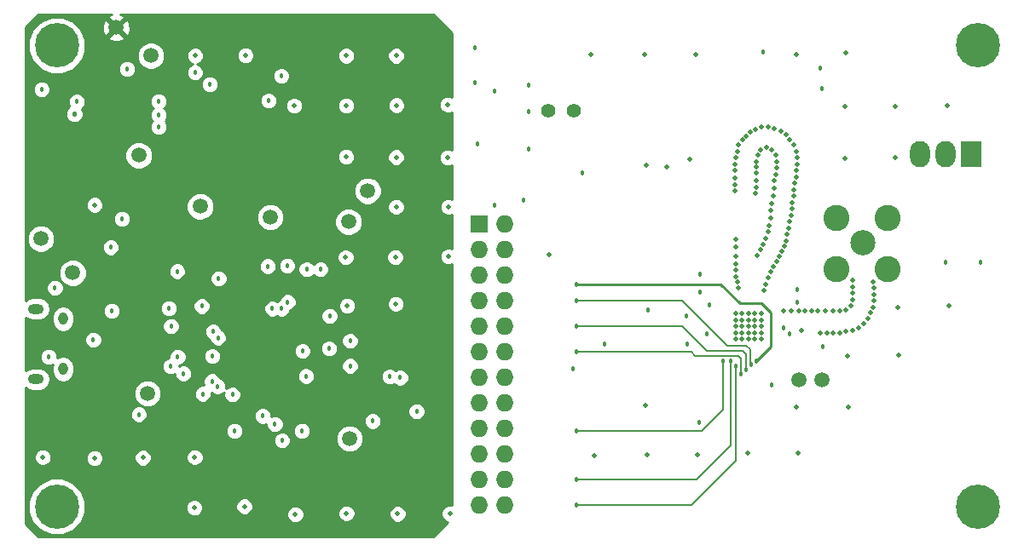
<source format=gbr>
G04 #@! TF.FileFunction,Copper,L3,Inr,Signal*
%FSLAX46Y46*%
G04 Gerber Fmt 4.6, Leading zero omitted, Abs format (unit mm)*
G04 Created by KiCad (PCBNEW 4.0.5+dfsg1-4~bpo8+1) date Fri Nov  1 07:22:00 2019*
%MOMM*%
%LPD*%
G01*
G04 APERTURE LIST*
%ADD10C,0.100000*%
%ADD11C,0.460000*%
%ADD12C,4.400000*%
%ADD13C,0.600000*%
%ADD14C,1.400000*%
%ADD15R,1.727200X1.727200*%
%ADD16O,1.727200X1.727200*%
%ADD17C,1.500000*%
%ADD18O,0.950000X1.250000*%
%ADD19O,1.550000X1.000000*%
%ADD20C,2.500000*%
%ADD21C,2.600000*%
%ADD22R,2.000000X2.600000*%
%ADD23O,2.000000X2.600000*%
%ADD24C,0.457200*%
%ADD25C,0.203200*%
%ADD26C,0.254000*%
G04 APERTURE END LIST*
D10*
D11*
X174802800Y-70739000D03*
X169646600Y-70840600D03*
X169570400Y-75920600D03*
X164592000Y-75996800D03*
X164592000Y-70840600D03*
X164668200Y-65506600D03*
X159791400Y-65684400D03*
X149834600Y-65684400D03*
X144678400Y-65684400D03*
X139344400Y-65684400D03*
X144780000Y-100507800D03*
X174955200Y-90678000D03*
X169875200Y-90830400D03*
X169926000Y-95580200D03*
X164846000Y-95656400D03*
X164947600Y-100736400D03*
X159816800Y-100736400D03*
X159969200Y-105257600D03*
X154940000Y-105308400D03*
X149961600Y-105435400D03*
X144932400Y-105486200D03*
X139700000Y-105537000D03*
X125374400Y-111302800D03*
X120192800Y-111328200D03*
X115112800Y-111277400D03*
X110032800Y-111379000D03*
X104978200Y-110591600D03*
X99999800Y-110718600D03*
X100050600Y-105689400D03*
X84963000Y-105689400D03*
X94894400Y-105740200D03*
X90093800Y-105791000D03*
X120015000Y-90449400D03*
X115189000Y-90627200D03*
X90093800Y-80619600D03*
X135204200Y-85521800D03*
X125222000Y-85750400D03*
X115036600Y-85826600D03*
X119964200Y-85801200D03*
X125222000Y-80797400D03*
X120040400Y-80797400D03*
X125145800Y-75895200D03*
X120040400Y-75869800D03*
X115062000Y-75819000D03*
X125145800Y-70637400D03*
X120065800Y-70713600D03*
X115087400Y-70739000D03*
X109931200Y-70764400D03*
X120040400Y-65786000D03*
X115087400Y-65786000D03*
X105079800Y-65735200D03*
X100076000Y-65786000D03*
X149225000Y-76073000D03*
X156286200Y-93980000D03*
X155651200Y-93980000D03*
X155016200Y-93980000D03*
X154381200Y-93980000D03*
X153746200Y-93980000D03*
X156286200Y-93345000D03*
X155651200Y-93345000D03*
X155016200Y-93345000D03*
X154381200Y-93345000D03*
X153746200Y-93345000D03*
X156286200Y-92710000D03*
X155651200Y-92710000D03*
X155016200Y-92710000D03*
X154381200Y-92710000D03*
X153746200Y-92710000D03*
X156286200Y-92075000D03*
X155651200Y-92075000D03*
X155016200Y-92075000D03*
X154381200Y-92075000D03*
X153746200Y-92075000D03*
X156286200Y-91440000D03*
X155651200Y-91440000D03*
X155016200Y-91440000D03*
X154381200Y-91440000D03*
X153746200Y-91440000D03*
X158496000Y-91186000D03*
X146939000Y-76835000D03*
X144907000Y-76708000D03*
D12*
X177800000Y-64770000D03*
D13*
X179450000Y-64770000D03*
X178966726Y-65936726D03*
X177800000Y-66420000D03*
X176633274Y-65936726D03*
X176150000Y-64770000D03*
X176633274Y-63603274D03*
X177800000Y-63120000D03*
X178966726Y-63603274D03*
D12*
X177800000Y-110617000D03*
D13*
X179450000Y-110617000D03*
X178966726Y-111783726D03*
X177800000Y-112267000D03*
X176633274Y-111783726D03*
X176150000Y-110617000D03*
X176633274Y-109450274D03*
X177800000Y-108967000D03*
X178966726Y-109450274D03*
D12*
X86360000Y-110617000D03*
D13*
X88010000Y-110617000D03*
X87526726Y-111783726D03*
X86360000Y-112267000D03*
X85193274Y-111783726D03*
X84710000Y-110617000D03*
X85193274Y-109450274D03*
X86360000Y-108967000D03*
X87526726Y-109450274D03*
D11*
X160274000Y-93091000D03*
X162179000Y-93345000D03*
X162814000Y-93345000D03*
X163449000Y-93345000D03*
X164084000Y-93345000D03*
X164719000Y-93218000D03*
X165354000Y-93091000D03*
X165989000Y-92837000D03*
X166497000Y-92456000D03*
X166878000Y-91948000D03*
X167132000Y-91313000D03*
X167386000Y-90805000D03*
X167513000Y-90170000D03*
X167513000Y-89535000D03*
X167513000Y-88900000D03*
X167386000Y-88265000D03*
X159258000Y-91186000D03*
X160020000Y-91186000D03*
X160655000Y-91186000D03*
X161290000Y-91186000D03*
X161925000Y-91186000D03*
X162687000Y-91186000D03*
X163449000Y-91186000D03*
X164084000Y-91186000D03*
X164719000Y-91059000D03*
X165227000Y-90678000D03*
X165354000Y-90043000D03*
X165354000Y-89408000D03*
X165354000Y-88773000D03*
X165354000Y-88138000D03*
X154051000Y-88900000D03*
X153924000Y-88265000D03*
X153797000Y-87757000D03*
X153797000Y-87122000D03*
X153797000Y-86487000D03*
X153797000Y-85725000D03*
X153797000Y-84836000D03*
X153797000Y-84074000D03*
X153670000Y-79248000D03*
X153670000Y-78613000D03*
X153670000Y-77978000D03*
X153670000Y-77216000D03*
X153670000Y-76581000D03*
X153797000Y-75946000D03*
X153924000Y-75311000D03*
X154051000Y-74676000D03*
X154432000Y-74168000D03*
X154813000Y-73787000D03*
X155194000Y-73406000D03*
X155702000Y-73152000D03*
X156337000Y-72898000D03*
X156972000Y-72898000D03*
X157607000Y-73025000D03*
X158242000Y-73279000D03*
X158750000Y-73660000D03*
X159131000Y-74168000D03*
X159512000Y-74676000D03*
X159766000Y-75311000D03*
X159893000Y-75946000D03*
X159893000Y-76581000D03*
X159766000Y-77216000D03*
X159766000Y-77851000D03*
X159639000Y-78486000D03*
X159512000Y-79121000D03*
X159512000Y-79756000D03*
X159385000Y-80391000D03*
X159385000Y-81026000D03*
X159258000Y-81661000D03*
X159131000Y-82296000D03*
X159004000Y-82931000D03*
X158877000Y-83566000D03*
X158750000Y-84201000D03*
X158623000Y-84709000D03*
X158369000Y-85217000D03*
X158115000Y-85725000D03*
X157861000Y-86233000D03*
X157480000Y-86741000D03*
X157226000Y-87249000D03*
X156972000Y-87884000D03*
X156718000Y-88519000D03*
X156591000Y-89154000D03*
X155702000Y-79502000D03*
X155829000Y-78867000D03*
X155829000Y-78232000D03*
X155829000Y-77470000D03*
X155829000Y-76835000D03*
X155829000Y-76327000D03*
X155956000Y-75692000D03*
X156210000Y-75184000D03*
X156845000Y-74930000D03*
X157353000Y-75184000D03*
X157734000Y-75692000D03*
X157861000Y-76327000D03*
X157861000Y-76962000D03*
X157734000Y-77597000D03*
X157607000Y-78232000D03*
X157607000Y-78994000D03*
X157480000Y-79756000D03*
X157353000Y-80518000D03*
X157226000Y-81153000D03*
X157226000Y-81915000D03*
X157099000Y-82677000D03*
X156972000Y-83312000D03*
X156718000Y-83947000D03*
X156514800Y-84531200D03*
X156210000Y-85090000D03*
X155905200Y-85623400D03*
D14*
X135178800Y-71259700D03*
X137718800Y-71259700D03*
D15*
X128270000Y-82550000D03*
D16*
X130810000Y-82550000D03*
X128270000Y-85090000D03*
X130810000Y-85090000D03*
X128270000Y-87630000D03*
X130810000Y-87630000D03*
X128270000Y-90170000D03*
X130810000Y-90170000D03*
X128270000Y-92710000D03*
X130810000Y-92710000D03*
X128270000Y-95250000D03*
X130810000Y-95250000D03*
X128270000Y-97790000D03*
X130810000Y-97790000D03*
X128270000Y-100330000D03*
X130810000Y-100330000D03*
X128270000Y-102870000D03*
X130810000Y-102870000D03*
X128270000Y-105410000D03*
X130810000Y-105410000D03*
X128270000Y-107950000D03*
X130810000Y-107950000D03*
X128270000Y-110490000D03*
X130810000Y-110490000D03*
D17*
X95351600Y-99364800D03*
X95707200Y-65786000D03*
X84785200Y-83972400D03*
X92252800Y-62992000D03*
X87934800Y-87376000D03*
X100584000Y-80772000D03*
X117221000Y-79222600D03*
X115316000Y-82296000D03*
X107543600Y-81838800D03*
X115417600Y-103835200D03*
X94488000Y-75692000D03*
D18*
X86995000Y-96937200D03*
X86995000Y-91937200D03*
D19*
X84295000Y-90937200D03*
X84295000Y-97937200D03*
D20*
X166368400Y-84405400D03*
D21*
X163728400Y-81940400D03*
X168808400Y-81940400D03*
X168808400Y-87020400D03*
X163728400Y-87020400D03*
D22*
X177165000Y-75565000D03*
D23*
X174625000Y-75565000D03*
X172085000Y-75565000D03*
D17*
X162306000Y-98044000D03*
X160020000Y-98044000D03*
D12*
X86360000Y-64770000D03*
D13*
X88010000Y-64770000D03*
X87526726Y-65936726D03*
X86360000Y-66420000D03*
X85193274Y-65936726D03*
X84710000Y-64770000D03*
X85193274Y-63603274D03*
X86360000Y-63120000D03*
X87526726Y-63603274D03*
D24*
X127889000Y-68453000D03*
X133172200Y-71335900D03*
X108635800Y-67792600D03*
X145059400Y-91084400D03*
X140716000Y-94437200D03*
X94488000Y-101447600D03*
X119380000Y-97688400D03*
X117703600Y-102108000D03*
X122072400Y-101142800D03*
X113436400Y-91643200D03*
X111099600Y-97637600D03*
X106781600Y-101600000D03*
X101752400Y-98145600D03*
X98907600Y-97383600D03*
X101803200Y-95656400D03*
X101854000Y-93218000D03*
X100736400Y-90678000D03*
X109270800Y-90271600D03*
X112522000Y-87020400D03*
X111150400Y-87020400D03*
X107391200Y-70256400D03*
X101549200Y-68630800D03*
X100076000Y-67462400D03*
X96469200Y-72847200D03*
X96469200Y-71678800D03*
X96469200Y-70307200D03*
X93319600Y-67106800D03*
X88341200Y-70358000D03*
X88087200Y-71577200D03*
X88138000Y-71577200D03*
X84836000Y-69138800D03*
X92811600Y-81991200D03*
X91694000Y-84836000D03*
X98298000Y-87223600D03*
X85547200Y-95707200D03*
X86156800Y-88849200D03*
X91795600Y-91135200D03*
X89966800Y-94030800D03*
X97688400Y-92659200D03*
X97485200Y-90881200D03*
X97637600Y-96672400D03*
X115468400Y-96621600D03*
X115468400Y-94132400D03*
X102412800Y-87934800D03*
X109220000Y-86664800D03*
X98348800Y-95707200D03*
X107289600Y-86715600D03*
X110693200Y-103073200D03*
X103987600Y-103073200D03*
X132715000Y-80111600D03*
X133223000Y-75031600D03*
X162433000Y-94742000D03*
X162306000Y-69088000D03*
X162179000Y-67056000D03*
X133223000Y-68707000D03*
X157353000Y-98552000D03*
X178054000Y-86360000D03*
X174625000Y-86360000D03*
X156464000Y-65405000D03*
X148971000Y-94488000D03*
X148844000Y-91694000D03*
X150241000Y-87503000D03*
X150241000Y-89281000D03*
X159893000Y-89027000D03*
X159893000Y-90297000D03*
X127889000Y-65024000D03*
X128143000Y-74549000D03*
X129794000Y-80645000D03*
X129794000Y-69342000D03*
X151130000Y-90551000D03*
X138557000Y-77470000D03*
X150876000Y-93472000D03*
X137617200Y-96875600D03*
X110744000Y-95148400D03*
X113385600Y-94894400D03*
X108661200Y-90932000D03*
X102311200Y-98653600D03*
X103784400Y-99466400D03*
X100838000Y-99415600D03*
X102362000Y-93827600D03*
X137922000Y-103124000D03*
X152527000Y-96139000D03*
X137922000Y-110490000D03*
X153797000Y-96647000D03*
X137922000Y-95250000D03*
X154305000Y-97409000D03*
X137922000Y-92710000D03*
X154813000Y-97028000D03*
X137922000Y-90170000D03*
X155321000Y-96520000D03*
X155829000Y-96139000D03*
X137922000Y-88519000D03*
X159131000Y-93472000D03*
X108000800Y-102412800D03*
X153289000Y-96139000D03*
X137922000Y-107950000D03*
X113055400Y-67716400D03*
X88900000Y-99314000D03*
X119380000Y-98755200D03*
X124866400Y-65074800D03*
X96215200Y-78232000D03*
X109880400Y-73761600D03*
X100177600Y-71678800D03*
X101650800Y-71424800D03*
X91643200Y-69037200D03*
X88493600Y-67208400D03*
X88341200Y-69088000D03*
X99568000Y-93167200D03*
X98602800Y-90881200D03*
X113893600Y-93573600D03*
X109220000Y-87833200D03*
X99466400Y-95707200D03*
X107289600Y-87833200D03*
X110693200Y-102006400D03*
X104038400Y-101955600D03*
X108712000Y-104038400D03*
X150164800Y-102209600D03*
X158496000Y-92837000D03*
X107746800Y-90932000D03*
X120446800Y-97790000D03*
D25*
X150368000Y-103124000D02*
X137922000Y-103124000D01*
X152527000Y-100965000D02*
X150368000Y-103124000D01*
X152527000Y-96139000D02*
X152527000Y-100965000D01*
X149352000Y-110490000D02*
X137922000Y-110490000D01*
X153797000Y-106045000D02*
X149352000Y-110490000D01*
X153797000Y-96647000D02*
X153797000Y-106045000D01*
X149352000Y-95250000D02*
X137922000Y-95250000D01*
X149733000Y-95631000D02*
X149352000Y-95250000D01*
X154051000Y-95631000D02*
X149733000Y-95631000D01*
X154305000Y-95885000D02*
X154051000Y-95631000D01*
X154305000Y-97409000D02*
X154305000Y-95885000D01*
X148463000Y-92710000D02*
X137922000Y-92710000D01*
X150876000Y-95123000D02*
X148463000Y-92710000D01*
X154432000Y-95123000D02*
X150876000Y-95123000D01*
X154813000Y-95504000D02*
X154432000Y-95123000D01*
X154813000Y-97028000D02*
X154813000Y-95504000D01*
X148463000Y-90170000D02*
X137922000Y-90170000D01*
X152908000Y-94615000D02*
X148463000Y-90170000D01*
X154813000Y-94615000D02*
X152908000Y-94615000D01*
X155194000Y-94996000D02*
X154813000Y-94615000D01*
X155194000Y-96393000D02*
X155194000Y-94996000D01*
X155321000Y-96520000D02*
X155194000Y-96393000D01*
D26*
X155829000Y-96139000D02*
X157226000Y-94742000D01*
X154178000Y-90424000D02*
X156337000Y-90424000D01*
X156337000Y-90424000D02*
X157226000Y-91313000D01*
X157226000Y-91313000D02*
X157226000Y-94107000D01*
X137922000Y-88519000D02*
X152273000Y-88519000D01*
X152273000Y-88519000D02*
X154178000Y-90424000D01*
X157226000Y-94742000D02*
X157226000Y-94107000D01*
D25*
X153225500Y-104584500D02*
X153289000Y-104521000D01*
X153289000Y-104521000D02*
X153289000Y-96139000D01*
X149860000Y-107950000D02*
X137922000Y-107950000D01*
X153225500Y-104584500D02*
X149860000Y-107950000D01*
D26*
G36*
X91528877Y-61779540D02*
X91460888Y-62020483D01*
X92252800Y-62812395D01*
X93044712Y-62020483D01*
X92976723Y-61779540D01*
X92668932Y-61670000D01*
X123720394Y-61670000D01*
X125603000Y-63552606D01*
X125603000Y-69890639D01*
X125318614Y-69772551D01*
X124974496Y-69772251D01*
X124656457Y-69903661D01*
X124412917Y-70146777D01*
X124280951Y-70464586D01*
X124280651Y-70808704D01*
X124412061Y-71126743D01*
X124655177Y-71370283D01*
X124972986Y-71502249D01*
X125317104Y-71502549D01*
X125603000Y-71384420D01*
X125603000Y-75148439D01*
X125318614Y-75030351D01*
X124974496Y-75030051D01*
X124656457Y-75161461D01*
X124412917Y-75404577D01*
X124280951Y-75722386D01*
X124280651Y-76066504D01*
X124412061Y-76384543D01*
X124655177Y-76628083D01*
X124972986Y-76760049D01*
X125317104Y-76760349D01*
X125603000Y-76642220D01*
X125603000Y-80018997D01*
X125394814Y-79932551D01*
X125050696Y-79932251D01*
X124732657Y-80063661D01*
X124489117Y-80306777D01*
X124357151Y-80624586D01*
X124356851Y-80968704D01*
X124488261Y-81286743D01*
X124731377Y-81530283D01*
X125049186Y-81662249D01*
X125393304Y-81662549D01*
X125603000Y-81575905D01*
X125603000Y-84971997D01*
X125394814Y-84885551D01*
X125050696Y-84885251D01*
X124732657Y-85016661D01*
X124489117Y-85259777D01*
X124357151Y-85577586D01*
X124356851Y-85921704D01*
X124488261Y-86239743D01*
X124731377Y-86483283D01*
X125049186Y-86615249D01*
X125393304Y-86615549D01*
X125603000Y-86528905D01*
X125603000Y-110461115D01*
X125547214Y-110437951D01*
X125203096Y-110437651D01*
X124885057Y-110569061D01*
X124641517Y-110812177D01*
X124509551Y-111129986D01*
X124509251Y-111474104D01*
X124640661Y-111792143D01*
X124883777Y-112035683D01*
X125160009Y-112150385D01*
X123720394Y-113590000D01*
X84559606Y-113590000D01*
X83260000Y-112290394D01*
X83260000Y-111178442D01*
X83524509Y-111178442D01*
X83955202Y-112220801D01*
X84752005Y-113018995D01*
X85793610Y-113451507D01*
X86921442Y-113452491D01*
X87963801Y-113021798D01*
X88761995Y-112224995D01*
X89194507Y-111183390D01*
X89194763Y-110889904D01*
X99134651Y-110889904D01*
X99266061Y-111207943D01*
X99509177Y-111451483D01*
X99826986Y-111583449D01*
X100171104Y-111583749D01*
X100252047Y-111550304D01*
X109167651Y-111550304D01*
X109299061Y-111868343D01*
X109542177Y-112111883D01*
X109859986Y-112243849D01*
X110204104Y-112244149D01*
X110522143Y-112112739D01*
X110765683Y-111869623D01*
X110897649Y-111551814D01*
X110897738Y-111448704D01*
X114247651Y-111448704D01*
X114379061Y-111766743D01*
X114622177Y-112010283D01*
X114939986Y-112142249D01*
X115284104Y-112142549D01*
X115602143Y-112011139D01*
X115845683Y-111768023D01*
X115957181Y-111499504D01*
X119327651Y-111499504D01*
X119459061Y-111817543D01*
X119702177Y-112061083D01*
X120019986Y-112193049D01*
X120364104Y-112193349D01*
X120682143Y-112061939D01*
X120925683Y-111818823D01*
X121057649Y-111501014D01*
X121057949Y-111156896D01*
X120926539Y-110838857D01*
X120683423Y-110595317D01*
X120365614Y-110463351D01*
X120021496Y-110463051D01*
X119703457Y-110594461D01*
X119459917Y-110837577D01*
X119327951Y-111155386D01*
X119327651Y-111499504D01*
X115957181Y-111499504D01*
X115977649Y-111450214D01*
X115977949Y-111106096D01*
X115846539Y-110788057D01*
X115603423Y-110544517D01*
X115285614Y-110412551D01*
X114941496Y-110412251D01*
X114623457Y-110543661D01*
X114379917Y-110786777D01*
X114247951Y-111104586D01*
X114247651Y-111448704D01*
X110897738Y-111448704D01*
X110897949Y-111207696D01*
X110766539Y-110889657D01*
X110523423Y-110646117D01*
X110205614Y-110514151D01*
X109861496Y-110513851D01*
X109543457Y-110645261D01*
X109299917Y-110888377D01*
X109167951Y-111206186D01*
X109167651Y-111550304D01*
X100252047Y-111550304D01*
X100489143Y-111452339D01*
X100732683Y-111209223D01*
X100864649Y-110891414D01*
X100864761Y-110762904D01*
X104113051Y-110762904D01*
X104244461Y-111080943D01*
X104487577Y-111324483D01*
X104805386Y-111456449D01*
X105149504Y-111456749D01*
X105467543Y-111325339D01*
X105711083Y-111082223D01*
X105843049Y-110764414D01*
X105843349Y-110420296D01*
X105711939Y-110102257D01*
X105468823Y-109858717D01*
X105151014Y-109726751D01*
X104806896Y-109726451D01*
X104488857Y-109857861D01*
X104245317Y-110100977D01*
X104113351Y-110418786D01*
X104113051Y-110762904D01*
X100864761Y-110762904D01*
X100864949Y-110547296D01*
X100733539Y-110229257D01*
X100490423Y-109985717D01*
X100172614Y-109853751D01*
X99828496Y-109853451D01*
X99510457Y-109984861D01*
X99266917Y-110227977D01*
X99134951Y-110545786D01*
X99134651Y-110889904D01*
X89194763Y-110889904D01*
X89195491Y-110055558D01*
X88764798Y-109013199D01*
X87967995Y-108215005D01*
X86926390Y-107782493D01*
X85798558Y-107781509D01*
X84756199Y-108212202D01*
X83958005Y-109009005D01*
X83525493Y-110050610D01*
X83524509Y-111178442D01*
X83260000Y-111178442D01*
X83260000Y-105860704D01*
X84097851Y-105860704D01*
X84229261Y-106178743D01*
X84472377Y-106422283D01*
X84790186Y-106554249D01*
X85134304Y-106554549D01*
X85452343Y-106423139D01*
X85695883Y-106180023D01*
X85786287Y-105962304D01*
X89228651Y-105962304D01*
X89360061Y-106280343D01*
X89603177Y-106523883D01*
X89920986Y-106655849D01*
X90265104Y-106656149D01*
X90583143Y-106524739D01*
X90826683Y-106281623D01*
X90958649Y-105963814D01*
X90958694Y-105911504D01*
X94029251Y-105911504D01*
X94160661Y-106229543D01*
X94403777Y-106473083D01*
X94721586Y-106605049D01*
X95065704Y-106605349D01*
X95383743Y-106473939D01*
X95627283Y-106230823D01*
X95759249Y-105913014D01*
X95759294Y-105860704D01*
X99185451Y-105860704D01*
X99316861Y-106178743D01*
X99559977Y-106422283D01*
X99877786Y-106554249D01*
X100221904Y-106554549D01*
X100539943Y-106423139D01*
X100783483Y-106180023D01*
X100915449Y-105862214D01*
X100915749Y-105518096D01*
X100784339Y-105200057D01*
X100541223Y-104956517D01*
X100223414Y-104824551D01*
X99879296Y-104824251D01*
X99561257Y-104955661D01*
X99317717Y-105198777D01*
X99185751Y-105516586D01*
X99185451Y-105860704D01*
X95759294Y-105860704D01*
X95759549Y-105568896D01*
X95628139Y-105250857D01*
X95385023Y-105007317D01*
X95067214Y-104875351D01*
X94723096Y-104875051D01*
X94405057Y-105006461D01*
X94161517Y-105249577D01*
X94029551Y-105567386D01*
X94029251Y-105911504D01*
X90958694Y-105911504D01*
X90958949Y-105619696D01*
X90827539Y-105301657D01*
X90584423Y-105058117D01*
X90266614Y-104926151D01*
X89922496Y-104925851D01*
X89604457Y-105057261D01*
X89360917Y-105300377D01*
X89228951Y-105618186D01*
X89228651Y-105962304D01*
X85786287Y-105962304D01*
X85827849Y-105862214D01*
X85828149Y-105518096D01*
X85696739Y-105200057D01*
X85453623Y-104956517D01*
X85135814Y-104824551D01*
X84791696Y-104824251D01*
X84473657Y-104955661D01*
X84230117Y-105198777D01*
X84098151Y-105516586D01*
X84097851Y-105860704D01*
X83260000Y-105860704D01*
X83260000Y-104209427D01*
X107848250Y-104209427D01*
X107979449Y-104526951D01*
X108222171Y-104770098D01*
X108539466Y-104901850D01*
X108883027Y-104902150D01*
X109200551Y-104770951D01*
X109443698Y-104528229D01*
X109575450Y-104210934D01*
X109575538Y-104109485D01*
X114032360Y-104109485D01*
X114242769Y-104618715D01*
X114632036Y-105008661D01*
X115140898Y-105219959D01*
X115691885Y-105220440D01*
X116201115Y-105010031D01*
X116591061Y-104620764D01*
X116802359Y-104111902D01*
X116802840Y-103560915D01*
X116592431Y-103051685D01*
X116203164Y-102661739D01*
X115694302Y-102450441D01*
X115143315Y-102449960D01*
X114634085Y-102660369D01*
X114244139Y-103049636D01*
X114032841Y-103558498D01*
X114032360Y-104109485D01*
X109575538Y-104109485D01*
X109575750Y-103867373D01*
X109444551Y-103549849D01*
X109201829Y-103306702D01*
X109051373Y-103244227D01*
X109829450Y-103244227D01*
X109960649Y-103561751D01*
X110203371Y-103804898D01*
X110520666Y-103936650D01*
X110864227Y-103936950D01*
X111181751Y-103805751D01*
X111424898Y-103563029D01*
X111556650Y-103245734D01*
X111556950Y-102902173D01*
X111425751Y-102584649D01*
X111183029Y-102341502D01*
X111032573Y-102279027D01*
X116839850Y-102279027D01*
X116971049Y-102596551D01*
X117213771Y-102839698D01*
X117531066Y-102971450D01*
X117874627Y-102971750D01*
X118192151Y-102840551D01*
X118435298Y-102597829D01*
X118567050Y-102280534D01*
X118567350Y-101936973D01*
X118436151Y-101619449D01*
X118193429Y-101376302D01*
X118042973Y-101313827D01*
X121208650Y-101313827D01*
X121339849Y-101631351D01*
X121582571Y-101874498D01*
X121899866Y-102006250D01*
X122243427Y-102006550D01*
X122560951Y-101875351D01*
X122804098Y-101632629D01*
X122935850Y-101315334D01*
X122936150Y-100971773D01*
X122804951Y-100654249D01*
X122562229Y-100411102D01*
X122244934Y-100279350D01*
X121901373Y-100279050D01*
X121583849Y-100410249D01*
X121340702Y-100652971D01*
X121208950Y-100970266D01*
X121208650Y-101313827D01*
X118042973Y-101313827D01*
X117876134Y-101244550D01*
X117532573Y-101244250D01*
X117215049Y-101375449D01*
X116971902Y-101618171D01*
X116840150Y-101935466D01*
X116839850Y-102279027D01*
X111032573Y-102279027D01*
X110865734Y-102209750D01*
X110522173Y-102209450D01*
X110204649Y-102340649D01*
X109961502Y-102583371D01*
X109829750Y-102900666D01*
X109829450Y-103244227D01*
X109051373Y-103244227D01*
X108884534Y-103174950D01*
X108540973Y-103174650D01*
X108223449Y-103305849D01*
X107980302Y-103548571D01*
X107848550Y-103865866D01*
X107848250Y-104209427D01*
X83260000Y-104209427D01*
X83260000Y-103244227D01*
X103123850Y-103244227D01*
X103255049Y-103561751D01*
X103497771Y-103804898D01*
X103815066Y-103936650D01*
X104158627Y-103936950D01*
X104476151Y-103805751D01*
X104719298Y-103563029D01*
X104851050Y-103245734D01*
X104851350Y-102902173D01*
X104720151Y-102584649D01*
X104477429Y-102341502D01*
X104160134Y-102209750D01*
X103816573Y-102209450D01*
X103499049Y-102340649D01*
X103255902Y-102583371D01*
X103124150Y-102900666D01*
X103123850Y-103244227D01*
X83260000Y-103244227D01*
X83260000Y-101618627D01*
X93624250Y-101618627D01*
X93755449Y-101936151D01*
X93998171Y-102179298D01*
X94315466Y-102311050D01*
X94659027Y-102311350D01*
X94976551Y-102180151D01*
X95219698Y-101937429D01*
X95288793Y-101771027D01*
X105917850Y-101771027D01*
X106049049Y-102088551D01*
X106291771Y-102331698D01*
X106609066Y-102463450D01*
X106952627Y-102463750D01*
X107137221Y-102387477D01*
X107137050Y-102583827D01*
X107268249Y-102901351D01*
X107510971Y-103144498D01*
X107828266Y-103276250D01*
X108171827Y-103276550D01*
X108489351Y-103145351D01*
X108732498Y-102902629D01*
X108864250Y-102585334D01*
X108864550Y-102241773D01*
X108733351Y-101924249D01*
X108490629Y-101681102D01*
X108173334Y-101549350D01*
X107829773Y-101549050D01*
X107645179Y-101625323D01*
X107645350Y-101428973D01*
X107514151Y-101111449D01*
X107271429Y-100868302D01*
X106954134Y-100736550D01*
X106610573Y-100736250D01*
X106293049Y-100867449D01*
X106049902Y-101110171D01*
X105918150Y-101427466D01*
X105917850Y-101771027D01*
X95288793Y-101771027D01*
X95351450Y-101620134D01*
X95351750Y-101276573D01*
X95220551Y-100959049D01*
X94977829Y-100715902D01*
X94660534Y-100584150D01*
X94316973Y-100583850D01*
X93999449Y-100715049D01*
X93756302Y-100957771D01*
X93624550Y-101275066D01*
X93624250Y-101618627D01*
X83260000Y-101618627D01*
X83260000Y-99639085D01*
X93966360Y-99639085D01*
X94176769Y-100148315D01*
X94566036Y-100538261D01*
X95074898Y-100749559D01*
X95625885Y-100750040D01*
X96135115Y-100539631D01*
X96525061Y-100150364D01*
X96736359Y-99641502D01*
X96736406Y-99586627D01*
X99974250Y-99586627D01*
X100105449Y-99904151D01*
X100348171Y-100147298D01*
X100665466Y-100279050D01*
X101009027Y-100279350D01*
X101326551Y-100148151D01*
X101569698Y-99905429D01*
X101701450Y-99588134D01*
X101701732Y-99265449D01*
X101821371Y-99385298D01*
X102138666Y-99517050D01*
X102482227Y-99517350D01*
X102799751Y-99386151D01*
X102941306Y-99244844D01*
X102920950Y-99293866D01*
X102920650Y-99637427D01*
X103051849Y-99954951D01*
X103294571Y-100198098D01*
X103611866Y-100329850D01*
X103955427Y-100330150D01*
X104272951Y-100198951D01*
X104516098Y-99956229D01*
X104647850Y-99638934D01*
X104648150Y-99295373D01*
X104516951Y-98977849D01*
X104274229Y-98734702D01*
X103956934Y-98602950D01*
X103613373Y-98602650D01*
X103295849Y-98733849D01*
X103154294Y-98875156D01*
X103174650Y-98826134D01*
X103174950Y-98482573D01*
X103043751Y-98165049D01*
X102801029Y-97921902D01*
X102551590Y-97818326D01*
X102547583Y-97808627D01*
X110235850Y-97808627D01*
X110367049Y-98126151D01*
X110609771Y-98369298D01*
X110927066Y-98501050D01*
X111270627Y-98501350D01*
X111588151Y-98370151D01*
X111831298Y-98127429D01*
X111942581Y-97859427D01*
X118516250Y-97859427D01*
X118647449Y-98176951D01*
X118890171Y-98420098D01*
X119207466Y-98551850D01*
X119551027Y-98552150D01*
X119859948Y-98424506D01*
X119956971Y-98521698D01*
X120274266Y-98653450D01*
X120617827Y-98653750D01*
X120935351Y-98522551D01*
X121178498Y-98279829D01*
X121310250Y-97962534D01*
X121310550Y-97618973D01*
X121179351Y-97301449D01*
X120936629Y-97058302D01*
X120619334Y-96926550D01*
X120275773Y-96926250D01*
X119966852Y-97053894D01*
X119869829Y-96956702D01*
X119552534Y-96824950D01*
X119208973Y-96824650D01*
X118891449Y-96955849D01*
X118648302Y-97198571D01*
X118516550Y-97515866D01*
X118516250Y-97859427D01*
X111942581Y-97859427D01*
X111963050Y-97810134D01*
X111963350Y-97466573D01*
X111832151Y-97149049D01*
X111589429Y-96905902D01*
X111316632Y-96792627D01*
X114604650Y-96792627D01*
X114735849Y-97110151D01*
X114978571Y-97353298D01*
X115295866Y-97485050D01*
X115639427Y-97485350D01*
X115956951Y-97354151D01*
X116200098Y-97111429D01*
X116331850Y-96794134D01*
X116332150Y-96450573D01*
X116200951Y-96133049D01*
X115958229Y-95889902D01*
X115640934Y-95758150D01*
X115297373Y-95757850D01*
X114979849Y-95889049D01*
X114736702Y-96131771D01*
X114604950Y-96449066D01*
X114604650Y-96792627D01*
X111316632Y-96792627D01*
X111272134Y-96774150D01*
X110928573Y-96773850D01*
X110611049Y-96905049D01*
X110367902Y-97147771D01*
X110236150Y-97465066D01*
X110235850Y-97808627D01*
X102547583Y-97808627D01*
X102484951Y-97657049D01*
X102242229Y-97413902D01*
X101924934Y-97282150D01*
X101581373Y-97281850D01*
X101263849Y-97413049D01*
X101020702Y-97655771D01*
X100888950Y-97973066D01*
X100888650Y-98316627D01*
X100985958Y-98552129D01*
X100666973Y-98551850D01*
X100349449Y-98683049D01*
X100106302Y-98925771D01*
X99974550Y-99243066D01*
X99974250Y-99586627D01*
X96736406Y-99586627D01*
X96736840Y-99090515D01*
X96526431Y-98581285D01*
X96137164Y-98191339D01*
X95628302Y-97980041D01*
X95077315Y-97979560D01*
X94568085Y-98189969D01*
X94178139Y-98579236D01*
X93966841Y-99088098D01*
X93966360Y-99639085D01*
X83260000Y-99639085D01*
X83260000Y-98786666D01*
X83558030Y-98985803D01*
X83992376Y-99072200D01*
X84597624Y-99072200D01*
X85031970Y-98985803D01*
X85400190Y-98739766D01*
X85646227Y-98371546D01*
X85732624Y-97937200D01*
X85646227Y-97502854D01*
X85400190Y-97134634D01*
X85031970Y-96888597D01*
X84597624Y-96802200D01*
X83992376Y-96802200D01*
X83558030Y-96888597D01*
X83260000Y-97087734D01*
X83260000Y-95878227D01*
X84683450Y-95878227D01*
X84814649Y-96195751D01*
X85057371Y-96438898D01*
X85374666Y-96570650D01*
X85718227Y-96570950D01*
X85941451Y-96478715D01*
X85885000Y-96762515D01*
X85885000Y-97111885D01*
X85969494Y-97536664D01*
X86210111Y-97896774D01*
X86570221Y-98137391D01*
X86995000Y-98221885D01*
X87419779Y-98137391D01*
X87779889Y-97896774D01*
X88020506Y-97536664D01*
X88105000Y-97111885D01*
X88105000Y-96843427D01*
X96773850Y-96843427D01*
X96905049Y-97160951D01*
X97147771Y-97404098D01*
X97465066Y-97535850D01*
X97808627Y-97536150D01*
X98043951Y-97438916D01*
X98043850Y-97554627D01*
X98175049Y-97872151D01*
X98417771Y-98115298D01*
X98735066Y-98247050D01*
X99078627Y-98247350D01*
X99396151Y-98116151D01*
X99639298Y-97873429D01*
X99771050Y-97556134D01*
X99771350Y-97212573D01*
X99640151Y-96895049D01*
X99397429Y-96651902D01*
X99080134Y-96520150D01*
X98736573Y-96519850D01*
X98501249Y-96617084D01*
X98501289Y-96570934D01*
X98519827Y-96570950D01*
X98837351Y-96439751D01*
X99080498Y-96197029D01*
X99212250Y-95879734D01*
X99212295Y-95827427D01*
X100939450Y-95827427D01*
X101070649Y-96144951D01*
X101313371Y-96388098D01*
X101630666Y-96519850D01*
X101974227Y-96520150D01*
X102291751Y-96388951D01*
X102534898Y-96146229D01*
X102666650Y-95828934D01*
X102666950Y-95485373D01*
X102598383Y-95319427D01*
X109880250Y-95319427D01*
X110011449Y-95636951D01*
X110254171Y-95880098D01*
X110571466Y-96011850D01*
X110915027Y-96012150D01*
X111232551Y-95880951D01*
X111475698Y-95638229D01*
X111607450Y-95320934D01*
X111607673Y-95065427D01*
X112521850Y-95065427D01*
X112653049Y-95382951D01*
X112895771Y-95626098D01*
X113213066Y-95757850D01*
X113556627Y-95758150D01*
X113874151Y-95626951D01*
X114117298Y-95384229D01*
X114249050Y-95066934D01*
X114249350Y-94723373D01*
X114118151Y-94405849D01*
X114015909Y-94303427D01*
X114604650Y-94303427D01*
X114735849Y-94620951D01*
X114978571Y-94864098D01*
X115295866Y-94995850D01*
X115639427Y-94996150D01*
X115956951Y-94864951D01*
X116200098Y-94622229D01*
X116331850Y-94304934D01*
X116332150Y-93961373D01*
X116200951Y-93643849D01*
X115958229Y-93400702D01*
X115640934Y-93268950D01*
X115297373Y-93268650D01*
X114979849Y-93399849D01*
X114736702Y-93642571D01*
X114604950Y-93959866D01*
X114604650Y-94303427D01*
X114015909Y-94303427D01*
X113875429Y-94162702D01*
X113558134Y-94030950D01*
X113214573Y-94030650D01*
X112897049Y-94161849D01*
X112653902Y-94404571D01*
X112522150Y-94721866D01*
X112521850Y-95065427D01*
X111607673Y-95065427D01*
X111607750Y-94977373D01*
X111476551Y-94659849D01*
X111233829Y-94416702D01*
X110916534Y-94284950D01*
X110572973Y-94284650D01*
X110255449Y-94415849D01*
X110012302Y-94658571D01*
X109880550Y-94975866D01*
X109880250Y-95319427D01*
X102598383Y-95319427D01*
X102535751Y-95167849D01*
X102293029Y-94924702D01*
X101975734Y-94792950D01*
X101632173Y-94792650D01*
X101314649Y-94923849D01*
X101071502Y-95166571D01*
X100939750Y-95483866D01*
X100939450Y-95827427D01*
X99212295Y-95827427D01*
X99212550Y-95536173D01*
X99081351Y-95218649D01*
X98838629Y-94975502D01*
X98521334Y-94843750D01*
X98177773Y-94843450D01*
X97860249Y-94974649D01*
X97617102Y-95217371D01*
X97485350Y-95534666D01*
X97485111Y-95808666D01*
X97466573Y-95808650D01*
X97149049Y-95939849D01*
X96905902Y-96182571D01*
X96774150Y-96499866D01*
X96773850Y-96843427D01*
X88105000Y-96843427D01*
X88105000Y-96762515D01*
X88020506Y-96337736D01*
X87779889Y-95977626D01*
X87419779Y-95737009D01*
X86995000Y-95652515D01*
X86570221Y-95737009D01*
X86410682Y-95843609D01*
X86410950Y-95536173D01*
X86279751Y-95218649D01*
X86037029Y-94975502D01*
X85719734Y-94843750D01*
X85376173Y-94843450D01*
X85058649Y-94974649D01*
X84815502Y-95217371D01*
X84683750Y-95534666D01*
X84683450Y-95878227D01*
X83260000Y-95878227D01*
X83260000Y-94201827D01*
X89103050Y-94201827D01*
X89234249Y-94519351D01*
X89476971Y-94762498D01*
X89794266Y-94894250D01*
X90137827Y-94894550D01*
X90455351Y-94763351D01*
X90698498Y-94520629D01*
X90830250Y-94203334D01*
X90830550Y-93859773D01*
X90699351Y-93542249D01*
X90456629Y-93299102D01*
X90139334Y-93167350D01*
X89795773Y-93167050D01*
X89478249Y-93298249D01*
X89235102Y-93540971D01*
X89103350Y-93858266D01*
X89103050Y-94201827D01*
X83260000Y-94201827D01*
X83260000Y-91786666D01*
X83558030Y-91985803D01*
X83992376Y-92072200D01*
X84597624Y-92072200D01*
X85031970Y-91985803D01*
X85366143Y-91762515D01*
X85885000Y-91762515D01*
X85885000Y-92111885D01*
X85969494Y-92536664D01*
X86210111Y-92896774D01*
X86570221Y-93137391D01*
X86995000Y-93221885D01*
X87419779Y-93137391D01*
X87779889Y-92896774D01*
X87824354Y-92830227D01*
X96824650Y-92830227D01*
X96955849Y-93147751D01*
X97198571Y-93390898D01*
X97515866Y-93522650D01*
X97859427Y-93522950D01*
X98176951Y-93391751D01*
X98179679Y-93389027D01*
X100990250Y-93389027D01*
X101121449Y-93706551D01*
X101364171Y-93949698D01*
X101501614Y-94006769D01*
X101629449Y-94316151D01*
X101872171Y-94559298D01*
X102189466Y-94691050D01*
X102533027Y-94691350D01*
X102850551Y-94560151D01*
X103093698Y-94317429D01*
X103225450Y-94000134D01*
X103225750Y-93656573D01*
X103094551Y-93339049D01*
X102851829Y-93095902D01*
X102714386Y-93038831D01*
X102586551Y-92729449D01*
X102343829Y-92486302D01*
X102026534Y-92354550D01*
X101682973Y-92354250D01*
X101365449Y-92485449D01*
X101122302Y-92728171D01*
X100990550Y-93045466D01*
X100990250Y-93389027D01*
X98179679Y-93389027D01*
X98420098Y-93149029D01*
X98551850Y-92831734D01*
X98552150Y-92488173D01*
X98420951Y-92170649D01*
X98178229Y-91927502D01*
X97905432Y-91814227D01*
X112572650Y-91814227D01*
X112703849Y-92131751D01*
X112946571Y-92374898D01*
X113263866Y-92506650D01*
X113607427Y-92506950D01*
X113924951Y-92375751D01*
X114168098Y-92133029D01*
X114299850Y-91815734D01*
X114300150Y-91472173D01*
X114168951Y-91154649D01*
X113926229Y-90911502D01*
X113654099Y-90798504D01*
X114323851Y-90798504D01*
X114455261Y-91116543D01*
X114698377Y-91360083D01*
X115016186Y-91492049D01*
X115360304Y-91492349D01*
X115678343Y-91360939D01*
X115921883Y-91117823D01*
X116053849Y-90800014D01*
X116054005Y-90620704D01*
X119149851Y-90620704D01*
X119281261Y-90938743D01*
X119524377Y-91182283D01*
X119842186Y-91314249D01*
X120186304Y-91314549D01*
X120504343Y-91183139D01*
X120747883Y-90940023D01*
X120879849Y-90622214D01*
X120880149Y-90278096D01*
X120748739Y-89960057D01*
X120505623Y-89716517D01*
X120187814Y-89584551D01*
X119843696Y-89584251D01*
X119525657Y-89715661D01*
X119282117Y-89958777D01*
X119150151Y-90276586D01*
X119149851Y-90620704D01*
X116054005Y-90620704D01*
X116054149Y-90455896D01*
X115922739Y-90137857D01*
X115679623Y-89894317D01*
X115361814Y-89762351D01*
X115017696Y-89762051D01*
X114699657Y-89893461D01*
X114456117Y-90136577D01*
X114324151Y-90454386D01*
X114323851Y-90798504D01*
X113654099Y-90798504D01*
X113608934Y-90779750D01*
X113265373Y-90779450D01*
X112947849Y-90910649D01*
X112704702Y-91153371D01*
X112572950Y-91470666D01*
X112572650Y-91814227D01*
X97905432Y-91814227D01*
X97860934Y-91795750D01*
X97517373Y-91795450D01*
X97199849Y-91926649D01*
X96956702Y-92169371D01*
X96824950Y-92486666D01*
X96824650Y-92830227D01*
X87824354Y-92830227D01*
X88020506Y-92536664D01*
X88105000Y-92111885D01*
X88105000Y-91762515D01*
X88020506Y-91337736D01*
X87999453Y-91306227D01*
X90931850Y-91306227D01*
X91063049Y-91623751D01*
X91305771Y-91866898D01*
X91623066Y-91998650D01*
X91966627Y-91998950D01*
X92284151Y-91867751D01*
X92527298Y-91625029D01*
X92659050Y-91307734D01*
X92659273Y-91052227D01*
X96621450Y-91052227D01*
X96752649Y-91369751D01*
X96995371Y-91612898D01*
X97312666Y-91744650D01*
X97656227Y-91744950D01*
X97973751Y-91613751D01*
X98216898Y-91371029D01*
X98348650Y-91053734D01*
X98348828Y-90849027D01*
X99872650Y-90849027D01*
X100003849Y-91166551D01*
X100246571Y-91409698D01*
X100563866Y-91541450D01*
X100907427Y-91541750D01*
X101224951Y-91410551D01*
X101468098Y-91167829D01*
X101495006Y-91103027D01*
X106883050Y-91103027D01*
X107014249Y-91420551D01*
X107256971Y-91663698D01*
X107574266Y-91795450D01*
X107917827Y-91795750D01*
X108204312Y-91677376D01*
X108488666Y-91795450D01*
X108832227Y-91795750D01*
X109149751Y-91664551D01*
X109392898Y-91421829D01*
X109524650Y-91104534D01*
X109524653Y-91101127D01*
X109759351Y-91004151D01*
X110002498Y-90761429D01*
X110134250Y-90444134D01*
X110134550Y-90100573D01*
X110003351Y-89783049D01*
X109760629Y-89539902D01*
X109443334Y-89408150D01*
X109099773Y-89407850D01*
X108782249Y-89539049D01*
X108539102Y-89781771D01*
X108407350Y-90099066D01*
X108407347Y-90102473D01*
X108203688Y-90186624D01*
X107919334Y-90068550D01*
X107575773Y-90068250D01*
X107258249Y-90199449D01*
X107015102Y-90442171D01*
X106883350Y-90759466D01*
X106883050Y-91103027D01*
X101495006Y-91103027D01*
X101599850Y-90850534D01*
X101600150Y-90506973D01*
X101468951Y-90189449D01*
X101226229Y-89946302D01*
X100908934Y-89814550D01*
X100565373Y-89814250D01*
X100247849Y-89945449D01*
X100004702Y-90188171D01*
X99872950Y-90505466D01*
X99872650Y-90849027D01*
X98348828Y-90849027D01*
X98348950Y-90710173D01*
X98217751Y-90392649D01*
X97975029Y-90149502D01*
X97657734Y-90017750D01*
X97314173Y-90017450D01*
X96996649Y-90148649D01*
X96753502Y-90391371D01*
X96621750Y-90708666D01*
X96621450Y-91052227D01*
X92659273Y-91052227D01*
X92659350Y-90964173D01*
X92528151Y-90646649D01*
X92285429Y-90403502D01*
X91968134Y-90271750D01*
X91624573Y-90271450D01*
X91307049Y-90402649D01*
X91063902Y-90645371D01*
X90932150Y-90962666D01*
X90931850Y-91306227D01*
X87999453Y-91306227D01*
X87779889Y-90977626D01*
X87419779Y-90737009D01*
X86995000Y-90652515D01*
X86570221Y-90737009D01*
X86210111Y-90977626D01*
X85969494Y-91337736D01*
X85885000Y-91762515D01*
X85366143Y-91762515D01*
X85400190Y-91739766D01*
X85646227Y-91371546D01*
X85732624Y-90937200D01*
X85646227Y-90502854D01*
X85400190Y-90134634D01*
X85031970Y-89888597D01*
X84597624Y-89802200D01*
X83992376Y-89802200D01*
X83558030Y-89888597D01*
X83260000Y-90087734D01*
X83260000Y-89020227D01*
X85293050Y-89020227D01*
X85424249Y-89337751D01*
X85666971Y-89580898D01*
X85984266Y-89712650D01*
X86327827Y-89712950D01*
X86645351Y-89581751D01*
X86888498Y-89339029D01*
X87020250Y-89021734D01*
X87020550Y-88678173D01*
X86889351Y-88360649D01*
X86646629Y-88117502D01*
X86329334Y-87985750D01*
X85985773Y-87985450D01*
X85668249Y-88116649D01*
X85425102Y-88359371D01*
X85293350Y-88676666D01*
X85293050Y-89020227D01*
X83260000Y-89020227D01*
X83260000Y-87650285D01*
X86549560Y-87650285D01*
X86759969Y-88159515D01*
X87149236Y-88549461D01*
X87658098Y-88760759D01*
X88209085Y-88761240D01*
X88718315Y-88550831D01*
X89108261Y-88161564D01*
X89131405Y-88105827D01*
X101549050Y-88105827D01*
X101680249Y-88423351D01*
X101922971Y-88666498D01*
X102240266Y-88798250D01*
X102583827Y-88798550D01*
X102901351Y-88667351D01*
X103144498Y-88424629D01*
X103276250Y-88107334D01*
X103276550Y-87763773D01*
X103145351Y-87446249D01*
X102902629Y-87203102D01*
X102585334Y-87071350D01*
X102241773Y-87071050D01*
X101924249Y-87202249D01*
X101681102Y-87444971D01*
X101549350Y-87762266D01*
X101549050Y-88105827D01*
X89131405Y-88105827D01*
X89319559Y-87652702D01*
X89319784Y-87394627D01*
X97434250Y-87394627D01*
X97565449Y-87712151D01*
X97808171Y-87955298D01*
X98125466Y-88087050D01*
X98469027Y-88087350D01*
X98786551Y-87956151D01*
X99029698Y-87713429D01*
X99161450Y-87396134D01*
X99161750Y-87052573D01*
X99093183Y-86886627D01*
X106425850Y-86886627D01*
X106557049Y-87204151D01*
X106799771Y-87447298D01*
X107117066Y-87579050D01*
X107460627Y-87579350D01*
X107778151Y-87448151D01*
X108021298Y-87205429D01*
X108153050Y-86888134D01*
X108153095Y-86835827D01*
X108356250Y-86835827D01*
X108487449Y-87153351D01*
X108730171Y-87396498D01*
X109047466Y-87528250D01*
X109391027Y-87528550D01*
X109708551Y-87397351D01*
X109914835Y-87191427D01*
X110286650Y-87191427D01*
X110417849Y-87508951D01*
X110660571Y-87752098D01*
X110977866Y-87883850D01*
X111321427Y-87884150D01*
X111638951Y-87752951D01*
X111836331Y-87555916D01*
X112032171Y-87752098D01*
X112349466Y-87883850D01*
X112693027Y-87884150D01*
X113010551Y-87752951D01*
X113253698Y-87510229D01*
X113385450Y-87192934D01*
X113385750Y-86849373D01*
X113254551Y-86531849D01*
X113011829Y-86288702D01*
X112694534Y-86156950D01*
X112350973Y-86156650D01*
X112033449Y-86287849D01*
X111836069Y-86484884D01*
X111640229Y-86288702D01*
X111322934Y-86156950D01*
X110979373Y-86156650D01*
X110661849Y-86287849D01*
X110418702Y-86530571D01*
X110286950Y-86847866D01*
X110286650Y-87191427D01*
X109914835Y-87191427D01*
X109951698Y-87154629D01*
X110083450Y-86837334D01*
X110083750Y-86493773D01*
X109952551Y-86176249D01*
X109774518Y-85997904D01*
X114171451Y-85997904D01*
X114302861Y-86315943D01*
X114545977Y-86559483D01*
X114863786Y-86691449D01*
X115207904Y-86691749D01*
X115525943Y-86560339D01*
X115769483Y-86317223D01*
X115901449Y-85999414D01*
X115901472Y-85972504D01*
X119099051Y-85972504D01*
X119230461Y-86290543D01*
X119473577Y-86534083D01*
X119791386Y-86666049D01*
X120135504Y-86666349D01*
X120453543Y-86534939D01*
X120697083Y-86291823D01*
X120829049Y-85974014D01*
X120829349Y-85629896D01*
X120697939Y-85311857D01*
X120454823Y-85068317D01*
X120137014Y-84936351D01*
X119792896Y-84936051D01*
X119474857Y-85067461D01*
X119231317Y-85310577D01*
X119099351Y-85628386D01*
X119099051Y-85972504D01*
X115901472Y-85972504D01*
X115901749Y-85655296D01*
X115770339Y-85337257D01*
X115527223Y-85093717D01*
X115209414Y-84961751D01*
X114865296Y-84961451D01*
X114547257Y-85092861D01*
X114303717Y-85335977D01*
X114171751Y-85653786D01*
X114171451Y-85997904D01*
X109774518Y-85997904D01*
X109709829Y-85933102D01*
X109392534Y-85801350D01*
X109048973Y-85801050D01*
X108731449Y-85932249D01*
X108488302Y-86174971D01*
X108356550Y-86492266D01*
X108356250Y-86835827D01*
X108153095Y-86835827D01*
X108153350Y-86544573D01*
X108022151Y-86227049D01*
X107779429Y-85983902D01*
X107462134Y-85852150D01*
X107118573Y-85851850D01*
X106801049Y-85983049D01*
X106557902Y-86225771D01*
X106426150Y-86543066D01*
X106425850Y-86886627D01*
X99093183Y-86886627D01*
X99030551Y-86735049D01*
X98787829Y-86491902D01*
X98470534Y-86360150D01*
X98126973Y-86359850D01*
X97809449Y-86491049D01*
X97566302Y-86733771D01*
X97434550Y-87051066D01*
X97434250Y-87394627D01*
X89319784Y-87394627D01*
X89320040Y-87101715D01*
X89109631Y-86592485D01*
X88720364Y-86202539D01*
X88211502Y-85991241D01*
X87660515Y-85990760D01*
X87151285Y-86201169D01*
X86761339Y-86590436D01*
X86550041Y-87099298D01*
X86549560Y-87650285D01*
X83260000Y-87650285D01*
X83260000Y-84246685D01*
X83399960Y-84246685D01*
X83610369Y-84755915D01*
X83999636Y-85145861D01*
X84508498Y-85357159D01*
X85059485Y-85357640D01*
X85568715Y-85147231D01*
X85709163Y-85007027D01*
X90830250Y-85007027D01*
X90961449Y-85324551D01*
X91204171Y-85567698D01*
X91521466Y-85699450D01*
X91865027Y-85699750D01*
X92182551Y-85568551D01*
X92425698Y-85325829D01*
X92557450Y-85008534D01*
X92557750Y-84664973D01*
X92426551Y-84347449D01*
X92183829Y-84104302D01*
X91866534Y-83972550D01*
X91522973Y-83972250D01*
X91205449Y-84103449D01*
X90962302Y-84346171D01*
X90830550Y-84663466D01*
X90830250Y-85007027D01*
X85709163Y-85007027D01*
X85958661Y-84757964D01*
X86169959Y-84249102D01*
X86170440Y-83698115D01*
X85960031Y-83188885D01*
X85570764Y-82798939D01*
X85061902Y-82587641D01*
X84510915Y-82587160D01*
X84001685Y-82797569D01*
X83611739Y-83186836D01*
X83400441Y-83695698D01*
X83399960Y-84246685D01*
X83260000Y-84246685D01*
X83260000Y-82162227D01*
X91947850Y-82162227D01*
X92079049Y-82479751D01*
X92321771Y-82722898D01*
X92639066Y-82854650D01*
X92982627Y-82854950D01*
X93300151Y-82723751D01*
X93543298Y-82481029D01*
X93675050Y-82163734D01*
X93675350Y-81820173D01*
X93544151Y-81502649D01*
X93301429Y-81259502D01*
X92984134Y-81127750D01*
X92640573Y-81127450D01*
X92323049Y-81258649D01*
X92079902Y-81501371D01*
X91948150Y-81818666D01*
X91947850Y-82162227D01*
X83260000Y-82162227D01*
X83260000Y-80790904D01*
X89228651Y-80790904D01*
X89360061Y-81108943D01*
X89603177Y-81352483D01*
X89920986Y-81484449D01*
X90265104Y-81484749D01*
X90583143Y-81353339D01*
X90826683Y-81110223D01*
X90853232Y-81046285D01*
X99198760Y-81046285D01*
X99409169Y-81555515D01*
X99798436Y-81945461D01*
X100307298Y-82156759D01*
X100858285Y-82157240D01*
X100965148Y-82113085D01*
X106158360Y-82113085D01*
X106368769Y-82622315D01*
X106758036Y-83012261D01*
X107266898Y-83223559D01*
X107817885Y-83224040D01*
X108327115Y-83013631D01*
X108717061Y-82624364D01*
X108739516Y-82570285D01*
X113930760Y-82570285D01*
X114141169Y-83079515D01*
X114530436Y-83469461D01*
X115039298Y-83680759D01*
X115590285Y-83681240D01*
X116099515Y-83470831D01*
X116489461Y-83081564D01*
X116700759Y-82572702D01*
X116701240Y-82021715D01*
X116490831Y-81512485D01*
X116101564Y-81122539D01*
X115731089Y-80968704D01*
X119175251Y-80968704D01*
X119306661Y-81286743D01*
X119549777Y-81530283D01*
X119867586Y-81662249D01*
X120211704Y-81662549D01*
X120529743Y-81531139D01*
X120773283Y-81288023D01*
X120905249Y-80970214D01*
X120905549Y-80626096D01*
X120774139Y-80308057D01*
X120531023Y-80064517D01*
X120213214Y-79932551D01*
X119869096Y-79932251D01*
X119551057Y-80063661D01*
X119307517Y-80306777D01*
X119175551Y-80624586D01*
X119175251Y-80968704D01*
X115731089Y-80968704D01*
X115592702Y-80911241D01*
X115041715Y-80910760D01*
X114532485Y-81121169D01*
X114142539Y-81510436D01*
X113931241Y-82019298D01*
X113930760Y-82570285D01*
X108739516Y-82570285D01*
X108928359Y-82115502D01*
X108928840Y-81564515D01*
X108718431Y-81055285D01*
X108329164Y-80665339D01*
X107820302Y-80454041D01*
X107269315Y-80453560D01*
X106760085Y-80663969D01*
X106370139Y-81053236D01*
X106158841Y-81562098D01*
X106158360Y-82113085D01*
X100965148Y-82113085D01*
X101367515Y-81946831D01*
X101757461Y-81557564D01*
X101968759Y-81048702D01*
X101969240Y-80497715D01*
X101758831Y-79988485D01*
X101369564Y-79598539D01*
X101124755Y-79496885D01*
X115835760Y-79496885D01*
X116046169Y-80006115D01*
X116435436Y-80396061D01*
X116944298Y-80607359D01*
X117495285Y-80607840D01*
X118004515Y-80397431D01*
X118394461Y-80008164D01*
X118605759Y-79499302D01*
X118606240Y-78948315D01*
X118395831Y-78439085D01*
X118006564Y-78049139D01*
X117497702Y-77837841D01*
X116946715Y-77837360D01*
X116437485Y-78047769D01*
X116047539Y-78437036D01*
X115836241Y-78945898D01*
X115835760Y-79496885D01*
X101124755Y-79496885D01*
X100860702Y-79387241D01*
X100309715Y-79386760D01*
X99800485Y-79597169D01*
X99410539Y-79986436D01*
X99199241Y-80495298D01*
X99198760Y-81046285D01*
X90853232Y-81046285D01*
X90958649Y-80792414D01*
X90958949Y-80448296D01*
X90827539Y-80130257D01*
X90584423Y-79886717D01*
X90266614Y-79754751D01*
X89922496Y-79754451D01*
X89604457Y-79885861D01*
X89360917Y-80128977D01*
X89228951Y-80446786D01*
X89228651Y-80790904D01*
X83260000Y-80790904D01*
X83260000Y-75966285D01*
X93102760Y-75966285D01*
X93313169Y-76475515D01*
X93702436Y-76865461D01*
X94211298Y-77076759D01*
X94762285Y-77077240D01*
X95271515Y-76866831D01*
X95661461Y-76477564D01*
X95863789Y-75990304D01*
X114196851Y-75990304D01*
X114328261Y-76308343D01*
X114571377Y-76551883D01*
X114889186Y-76683849D01*
X115233304Y-76684149D01*
X115551343Y-76552739D01*
X115794883Y-76309623D01*
X115906381Y-76041104D01*
X119175251Y-76041104D01*
X119306661Y-76359143D01*
X119549777Y-76602683D01*
X119867586Y-76734649D01*
X120211704Y-76734949D01*
X120529743Y-76603539D01*
X120773283Y-76360423D01*
X120905249Y-76042614D01*
X120905549Y-75698496D01*
X120774139Y-75380457D01*
X120531023Y-75136917D01*
X120213214Y-75004951D01*
X119869096Y-75004651D01*
X119551057Y-75136061D01*
X119307517Y-75379177D01*
X119175551Y-75696986D01*
X119175251Y-76041104D01*
X115906381Y-76041104D01*
X115926849Y-75991814D01*
X115927149Y-75647696D01*
X115795739Y-75329657D01*
X115552623Y-75086117D01*
X115234814Y-74954151D01*
X114890696Y-74953851D01*
X114572657Y-75085261D01*
X114329117Y-75328377D01*
X114197151Y-75646186D01*
X114196851Y-75990304D01*
X95863789Y-75990304D01*
X95872759Y-75968702D01*
X95873240Y-75417715D01*
X95662831Y-74908485D01*
X95273564Y-74518539D01*
X94764702Y-74307241D01*
X94213715Y-74306760D01*
X93704485Y-74517169D01*
X93314539Y-74906436D01*
X93103241Y-75415298D01*
X93102760Y-75966285D01*
X83260000Y-75966285D01*
X83260000Y-71748227D01*
X87223450Y-71748227D01*
X87354649Y-72065751D01*
X87597371Y-72308898D01*
X87914666Y-72440650D01*
X88258227Y-72440950D01*
X88258334Y-72440906D01*
X88309027Y-72440950D01*
X88626551Y-72309751D01*
X88869698Y-72067029D01*
X89001450Y-71749734D01*
X89001750Y-71406173D01*
X88870551Y-71088649D01*
X88851138Y-71069202D01*
X89072898Y-70847829D01*
X89204650Y-70530534D01*
X89204695Y-70478227D01*
X95605450Y-70478227D01*
X95736649Y-70795751D01*
X95933684Y-70993131D01*
X95737502Y-71188971D01*
X95605750Y-71506266D01*
X95605450Y-71849827D01*
X95736649Y-72167351D01*
X95832085Y-72262954D01*
X95737502Y-72357371D01*
X95605750Y-72674666D01*
X95605450Y-73018227D01*
X95736649Y-73335751D01*
X95979371Y-73578898D01*
X96296666Y-73710650D01*
X96640227Y-73710950D01*
X96957751Y-73579751D01*
X97200898Y-73337029D01*
X97332650Y-73019734D01*
X97332950Y-72676173D01*
X97201751Y-72358649D01*
X97106315Y-72263046D01*
X97200898Y-72168629D01*
X97332650Y-71851334D01*
X97332950Y-71507773D01*
X97201751Y-71190249D01*
X97004716Y-70992869D01*
X97200898Y-70797029D01*
X97332650Y-70479734D01*
X97332695Y-70427427D01*
X106527450Y-70427427D01*
X106658649Y-70744951D01*
X106901371Y-70988098D01*
X107218666Y-71119850D01*
X107562227Y-71120150D01*
X107879751Y-70988951D01*
X107933091Y-70935704D01*
X109066051Y-70935704D01*
X109197461Y-71253743D01*
X109440577Y-71497283D01*
X109758386Y-71629249D01*
X110102504Y-71629549D01*
X110420543Y-71498139D01*
X110664083Y-71255023D01*
X110796049Y-70937214D01*
X110796072Y-70910304D01*
X114222251Y-70910304D01*
X114353661Y-71228343D01*
X114596777Y-71471883D01*
X114914586Y-71603849D01*
X115258704Y-71604149D01*
X115576743Y-71472739D01*
X115820283Y-71229623D01*
X115952249Y-70911814D01*
X115952272Y-70884904D01*
X119200651Y-70884904D01*
X119332061Y-71202943D01*
X119575177Y-71446483D01*
X119892986Y-71578449D01*
X120237104Y-71578749D01*
X120555143Y-71447339D01*
X120798683Y-71204223D01*
X120930649Y-70886414D01*
X120930949Y-70542296D01*
X120799539Y-70224257D01*
X120556423Y-69980717D01*
X120238614Y-69848751D01*
X119894496Y-69848451D01*
X119576457Y-69979861D01*
X119332917Y-70222977D01*
X119200951Y-70540786D01*
X119200651Y-70884904D01*
X115952272Y-70884904D01*
X115952549Y-70567696D01*
X115821139Y-70249657D01*
X115578023Y-70006117D01*
X115260214Y-69874151D01*
X114916096Y-69873851D01*
X114598057Y-70005261D01*
X114354517Y-70248377D01*
X114222551Y-70566186D01*
X114222251Y-70910304D01*
X110796072Y-70910304D01*
X110796349Y-70593096D01*
X110664939Y-70275057D01*
X110421823Y-70031517D01*
X110104014Y-69899551D01*
X109759896Y-69899251D01*
X109441857Y-70030661D01*
X109198317Y-70273777D01*
X109066351Y-70591586D01*
X109066051Y-70935704D01*
X107933091Y-70935704D01*
X108122898Y-70746229D01*
X108254650Y-70428934D01*
X108254950Y-70085373D01*
X108123751Y-69767849D01*
X107881029Y-69524702D01*
X107563734Y-69392950D01*
X107220173Y-69392650D01*
X106902649Y-69523849D01*
X106659502Y-69766571D01*
X106527750Y-70083866D01*
X106527450Y-70427427D01*
X97332695Y-70427427D01*
X97332950Y-70136173D01*
X97201751Y-69818649D01*
X96959029Y-69575502D01*
X96641734Y-69443750D01*
X96298173Y-69443450D01*
X95980649Y-69574649D01*
X95737502Y-69817371D01*
X95605750Y-70134666D01*
X95605450Y-70478227D01*
X89204695Y-70478227D01*
X89204950Y-70186973D01*
X89073751Y-69869449D01*
X88831029Y-69626302D01*
X88513734Y-69494550D01*
X88170173Y-69494250D01*
X87852649Y-69625449D01*
X87609502Y-69868171D01*
X87477750Y-70185466D01*
X87477450Y-70529027D01*
X87606519Y-70841397D01*
X87598649Y-70844649D01*
X87355502Y-71087371D01*
X87223750Y-71404666D01*
X87223450Y-71748227D01*
X83260000Y-71748227D01*
X83260000Y-69309827D01*
X83972250Y-69309827D01*
X84103449Y-69627351D01*
X84346171Y-69870498D01*
X84663466Y-70002250D01*
X85007027Y-70002550D01*
X85324551Y-69871351D01*
X85567698Y-69628629D01*
X85699450Y-69311334D01*
X85699750Y-68967773D01*
X85631183Y-68801827D01*
X100685450Y-68801827D01*
X100816649Y-69119351D01*
X101059371Y-69362498D01*
X101376666Y-69494250D01*
X101720227Y-69494550D01*
X102037751Y-69363351D01*
X102280898Y-69120629D01*
X102412650Y-68803334D01*
X102412950Y-68459773D01*
X102281751Y-68142249D01*
X102103442Y-67963627D01*
X107772050Y-67963627D01*
X107903249Y-68281151D01*
X108145971Y-68524298D01*
X108463266Y-68656050D01*
X108806827Y-68656350D01*
X109124351Y-68525151D01*
X109367498Y-68282429D01*
X109499250Y-67965134D01*
X109499550Y-67621573D01*
X109368351Y-67304049D01*
X109125629Y-67060902D01*
X108808334Y-66929150D01*
X108464773Y-66928850D01*
X108147249Y-67060049D01*
X107904102Y-67302771D01*
X107772350Y-67620066D01*
X107772050Y-67963627D01*
X102103442Y-67963627D01*
X102039029Y-67899102D01*
X101721734Y-67767350D01*
X101378173Y-67767050D01*
X101060649Y-67898249D01*
X100817502Y-68140971D01*
X100685750Y-68458266D01*
X100685450Y-68801827D01*
X85631183Y-68801827D01*
X85568551Y-68650249D01*
X85325829Y-68407102D01*
X85008534Y-68275350D01*
X84664973Y-68275050D01*
X84347449Y-68406249D01*
X84104302Y-68648971D01*
X83972550Y-68966266D01*
X83972250Y-69309827D01*
X83260000Y-69309827D01*
X83260000Y-65331442D01*
X83524509Y-65331442D01*
X83955202Y-66373801D01*
X84752005Y-67171995D01*
X85793610Y-67604507D01*
X86921442Y-67605491D01*
X87714451Y-67277827D01*
X92455850Y-67277827D01*
X92587049Y-67595351D01*
X92829771Y-67838498D01*
X93147066Y-67970250D01*
X93490627Y-67970550D01*
X93808151Y-67839351D01*
X94051298Y-67596629D01*
X94183050Y-67279334D01*
X94183350Y-66935773D01*
X94052151Y-66618249D01*
X93809429Y-66375102D01*
X93492134Y-66243350D01*
X93148573Y-66243050D01*
X92831049Y-66374249D01*
X92587902Y-66616971D01*
X92456150Y-66934266D01*
X92455850Y-67277827D01*
X87714451Y-67277827D01*
X87963801Y-67174798D01*
X88761995Y-66377995D01*
X88893919Y-66060285D01*
X94321960Y-66060285D01*
X94532369Y-66569515D01*
X94921636Y-66959461D01*
X95430498Y-67170759D01*
X95981485Y-67171240D01*
X96490715Y-66960831D01*
X96880661Y-66571564D01*
X97091959Y-66062702D01*
X97092051Y-65957304D01*
X99210851Y-65957304D01*
X99342261Y-66275343D01*
X99585377Y-66518883D01*
X99841068Y-66625055D01*
X99587449Y-66729849D01*
X99344302Y-66972571D01*
X99212550Y-67289866D01*
X99212250Y-67633427D01*
X99343449Y-67950951D01*
X99586171Y-68194098D01*
X99903466Y-68325850D01*
X100247027Y-68326150D01*
X100564551Y-68194951D01*
X100807698Y-67952229D01*
X100939450Y-67634934D01*
X100939750Y-67291373D01*
X100808551Y-66973849D01*
X100565829Y-66730702D01*
X100310931Y-66624859D01*
X100565343Y-66519739D01*
X100808883Y-66276623D01*
X100940849Y-65958814D01*
X100940894Y-65906504D01*
X104214651Y-65906504D01*
X104346061Y-66224543D01*
X104589177Y-66468083D01*
X104906986Y-66600049D01*
X105251104Y-66600349D01*
X105569143Y-66468939D01*
X105812683Y-66225823D01*
X105924181Y-65957304D01*
X114222251Y-65957304D01*
X114353661Y-66275343D01*
X114596777Y-66518883D01*
X114914586Y-66650849D01*
X115258704Y-66651149D01*
X115576743Y-66519739D01*
X115820283Y-66276623D01*
X115952249Y-65958814D01*
X115952250Y-65957304D01*
X119175251Y-65957304D01*
X119306661Y-66275343D01*
X119549777Y-66518883D01*
X119867586Y-66650849D01*
X120211704Y-66651149D01*
X120529743Y-66519739D01*
X120773283Y-66276623D01*
X120905249Y-65958814D01*
X120905549Y-65614696D01*
X120774139Y-65296657D01*
X120531023Y-65053117D01*
X120213214Y-64921151D01*
X119869096Y-64920851D01*
X119551057Y-65052261D01*
X119307517Y-65295377D01*
X119175551Y-65613186D01*
X119175251Y-65957304D01*
X115952250Y-65957304D01*
X115952549Y-65614696D01*
X115821139Y-65296657D01*
X115578023Y-65053117D01*
X115260214Y-64921151D01*
X114916096Y-64920851D01*
X114598057Y-65052261D01*
X114354517Y-65295377D01*
X114222551Y-65613186D01*
X114222251Y-65957304D01*
X105924181Y-65957304D01*
X105944649Y-65908014D01*
X105944949Y-65563896D01*
X105813539Y-65245857D01*
X105570423Y-65002317D01*
X105252614Y-64870351D01*
X104908496Y-64870051D01*
X104590457Y-65001461D01*
X104346917Y-65244577D01*
X104214951Y-65562386D01*
X104214651Y-65906504D01*
X100940894Y-65906504D01*
X100941149Y-65614696D01*
X100809739Y-65296657D01*
X100566623Y-65053117D01*
X100248814Y-64921151D01*
X99904696Y-64920851D01*
X99586657Y-65052261D01*
X99343117Y-65295377D01*
X99211151Y-65613186D01*
X99210851Y-65957304D01*
X97092051Y-65957304D01*
X97092440Y-65511715D01*
X96882031Y-65002485D01*
X96492764Y-64612539D01*
X95983902Y-64401241D01*
X95432915Y-64400760D01*
X94923685Y-64611169D01*
X94533739Y-65000436D01*
X94322441Y-65509298D01*
X94321960Y-66060285D01*
X88893919Y-66060285D01*
X89194507Y-65336390D01*
X89195491Y-64208558D01*
X89094243Y-63963517D01*
X91460888Y-63963517D01*
X91528877Y-64204460D01*
X92047971Y-64389201D01*
X92598248Y-64361230D01*
X92976723Y-64204460D01*
X93044712Y-63963517D01*
X92252800Y-63171605D01*
X91460888Y-63963517D01*
X89094243Y-63963517D01*
X88764798Y-63166199D01*
X88386431Y-62787171D01*
X90855599Y-62787171D01*
X90883570Y-63337448D01*
X91040340Y-63715923D01*
X91281283Y-63783912D01*
X92073195Y-62992000D01*
X92432405Y-62992000D01*
X93224317Y-63783912D01*
X93465260Y-63715923D01*
X93650001Y-63196829D01*
X93622030Y-62646552D01*
X93465260Y-62268077D01*
X93224317Y-62200088D01*
X92432405Y-62992000D01*
X92073195Y-62992000D01*
X91281283Y-62200088D01*
X91040340Y-62268077D01*
X90855599Y-62787171D01*
X88386431Y-62787171D01*
X87967995Y-62368005D01*
X86926390Y-61935493D01*
X85798558Y-61934509D01*
X84756199Y-62365202D01*
X83958005Y-63162005D01*
X83525493Y-64203610D01*
X83524509Y-65331442D01*
X83260000Y-65331442D01*
X83260000Y-62969606D01*
X84559606Y-61670000D01*
X91793329Y-61670000D01*
X91528877Y-61779540D01*
X91528877Y-61779540D01*
G37*
X91528877Y-61779540D02*
X91460888Y-62020483D01*
X92252800Y-62812395D01*
X93044712Y-62020483D01*
X92976723Y-61779540D01*
X92668932Y-61670000D01*
X123720394Y-61670000D01*
X125603000Y-63552606D01*
X125603000Y-69890639D01*
X125318614Y-69772551D01*
X124974496Y-69772251D01*
X124656457Y-69903661D01*
X124412917Y-70146777D01*
X124280951Y-70464586D01*
X124280651Y-70808704D01*
X124412061Y-71126743D01*
X124655177Y-71370283D01*
X124972986Y-71502249D01*
X125317104Y-71502549D01*
X125603000Y-71384420D01*
X125603000Y-75148439D01*
X125318614Y-75030351D01*
X124974496Y-75030051D01*
X124656457Y-75161461D01*
X124412917Y-75404577D01*
X124280951Y-75722386D01*
X124280651Y-76066504D01*
X124412061Y-76384543D01*
X124655177Y-76628083D01*
X124972986Y-76760049D01*
X125317104Y-76760349D01*
X125603000Y-76642220D01*
X125603000Y-80018997D01*
X125394814Y-79932551D01*
X125050696Y-79932251D01*
X124732657Y-80063661D01*
X124489117Y-80306777D01*
X124357151Y-80624586D01*
X124356851Y-80968704D01*
X124488261Y-81286743D01*
X124731377Y-81530283D01*
X125049186Y-81662249D01*
X125393304Y-81662549D01*
X125603000Y-81575905D01*
X125603000Y-84971997D01*
X125394814Y-84885551D01*
X125050696Y-84885251D01*
X124732657Y-85016661D01*
X124489117Y-85259777D01*
X124357151Y-85577586D01*
X124356851Y-85921704D01*
X124488261Y-86239743D01*
X124731377Y-86483283D01*
X125049186Y-86615249D01*
X125393304Y-86615549D01*
X125603000Y-86528905D01*
X125603000Y-110461115D01*
X125547214Y-110437951D01*
X125203096Y-110437651D01*
X124885057Y-110569061D01*
X124641517Y-110812177D01*
X124509551Y-111129986D01*
X124509251Y-111474104D01*
X124640661Y-111792143D01*
X124883777Y-112035683D01*
X125160009Y-112150385D01*
X123720394Y-113590000D01*
X84559606Y-113590000D01*
X83260000Y-112290394D01*
X83260000Y-111178442D01*
X83524509Y-111178442D01*
X83955202Y-112220801D01*
X84752005Y-113018995D01*
X85793610Y-113451507D01*
X86921442Y-113452491D01*
X87963801Y-113021798D01*
X88761995Y-112224995D01*
X89194507Y-111183390D01*
X89194763Y-110889904D01*
X99134651Y-110889904D01*
X99266061Y-111207943D01*
X99509177Y-111451483D01*
X99826986Y-111583449D01*
X100171104Y-111583749D01*
X100252047Y-111550304D01*
X109167651Y-111550304D01*
X109299061Y-111868343D01*
X109542177Y-112111883D01*
X109859986Y-112243849D01*
X110204104Y-112244149D01*
X110522143Y-112112739D01*
X110765683Y-111869623D01*
X110897649Y-111551814D01*
X110897738Y-111448704D01*
X114247651Y-111448704D01*
X114379061Y-111766743D01*
X114622177Y-112010283D01*
X114939986Y-112142249D01*
X115284104Y-112142549D01*
X115602143Y-112011139D01*
X115845683Y-111768023D01*
X115957181Y-111499504D01*
X119327651Y-111499504D01*
X119459061Y-111817543D01*
X119702177Y-112061083D01*
X120019986Y-112193049D01*
X120364104Y-112193349D01*
X120682143Y-112061939D01*
X120925683Y-111818823D01*
X121057649Y-111501014D01*
X121057949Y-111156896D01*
X120926539Y-110838857D01*
X120683423Y-110595317D01*
X120365614Y-110463351D01*
X120021496Y-110463051D01*
X119703457Y-110594461D01*
X119459917Y-110837577D01*
X119327951Y-111155386D01*
X119327651Y-111499504D01*
X115957181Y-111499504D01*
X115977649Y-111450214D01*
X115977949Y-111106096D01*
X115846539Y-110788057D01*
X115603423Y-110544517D01*
X115285614Y-110412551D01*
X114941496Y-110412251D01*
X114623457Y-110543661D01*
X114379917Y-110786777D01*
X114247951Y-111104586D01*
X114247651Y-111448704D01*
X110897738Y-111448704D01*
X110897949Y-111207696D01*
X110766539Y-110889657D01*
X110523423Y-110646117D01*
X110205614Y-110514151D01*
X109861496Y-110513851D01*
X109543457Y-110645261D01*
X109299917Y-110888377D01*
X109167951Y-111206186D01*
X109167651Y-111550304D01*
X100252047Y-111550304D01*
X100489143Y-111452339D01*
X100732683Y-111209223D01*
X100864649Y-110891414D01*
X100864761Y-110762904D01*
X104113051Y-110762904D01*
X104244461Y-111080943D01*
X104487577Y-111324483D01*
X104805386Y-111456449D01*
X105149504Y-111456749D01*
X105467543Y-111325339D01*
X105711083Y-111082223D01*
X105843049Y-110764414D01*
X105843349Y-110420296D01*
X105711939Y-110102257D01*
X105468823Y-109858717D01*
X105151014Y-109726751D01*
X104806896Y-109726451D01*
X104488857Y-109857861D01*
X104245317Y-110100977D01*
X104113351Y-110418786D01*
X104113051Y-110762904D01*
X100864761Y-110762904D01*
X100864949Y-110547296D01*
X100733539Y-110229257D01*
X100490423Y-109985717D01*
X100172614Y-109853751D01*
X99828496Y-109853451D01*
X99510457Y-109984861D01*
X99266917Y-110227977D01*
X99134951Y-110545786D01*
X99134651Y-110889904D01*
X89194763Y-110889904D01*
X89195491Y-110055558D01*
X88764798Y-109013199D01*
X87967995Y-108215005D01*
X86926390Y-107782493D01*
X85798558Y-107781509D01*
X84756199Y-108212202D01*
X83958005Y-109009005D01*
X83525493Y-110050610D01*
X83524509Y-111178442D01*
X83260000Y-111178442D01*
X83260000Y-105860704D01*
X84097851Y-105860704D01*
X84229261Y-106178743D01*
X84472377Y-106422283D01*
X84790186Y-106554249D01*
X85134304Y-106554549D01*
X85452343Y-106423139D01*
X85695883Y-106180023D01*
X85786287Y-105962304D01*
X89228651Y-105962304D01*
X89360061Y-106280343D01*
X89603177Y-106523883D01*
X89920986Y-106655849D01*
X90265104Y-106656149D01*
X90583143Y-106524739D01*
X90826683Y-106281623D01*
X90958649Y-105963814D01*
X90958694Y-105911504D01*
X94029251Y-105911504D01*
X94160661Y-106229543D01*
X94403777Y-106473083D01*
X94721586Y-106605049D01*
X95065704Y-106605349D01*
X95383743Y-106473939D01*
X95627283Y-106230823D01*
X95759249Y-105913014D01*
X95759294Y-105860704D01*
X99185451Y-105860704D01*
X99316861Y-106178743D01*
X99559977Y-106422283D01*
X99877786Y-106554249D01*
X100221904Y-106554549D01*
X100539943Y-106423139D01*
X100783483Y-106180023D01*
X100915449Y-105862214D01*
X100915749Y-105518096D01*
X100784339Y-105200057D01*
X100541223Y-104956517D01*
X100223414Y-104824551D01*
X99879296Y-104824251D01*
X99561257Y-104955661D01*
X99317717Y-105198777D01*
X99185751Y-105516586D01*
X99185451Y-105860704D01*
X95759294Y-105860704D01*
X95759549Y-105568896D01*
X95628139Y-105250857D01*
X95385023Y-105007317D01*
X95067214Y-104875351D01*
X94723096Y-104875051D01*
X94405057Y-105006461D01*
X94161517Y-105249577D01*
X94029551Y-105567386D01*
X94029251Y-105911504D01*
X90958694Y-105911504D01*
X90958949Y-105619696D01*
X90827539Y-105301657D01*
X90584423Y-105058117D01*
X90266614Y-104926151D01*
X89922496Y-104925851D01*
X89604457Y-105057261D01*
X89360917Y-105300377D01*
X89228951Y-105618186D01*
X89228651Y-105962304D01*
X85786287Y-105962304D01*
X85827849Y-105862214D01*
X85828149Y-105518096D01*
X85696739Y-105200057D01*
X85453623Y-104956517D01*
X85135814Y-104824551D01*
X84791696Y-104824251D01*
X84473657Y-104955661D01*
X84230117Y-105198777D01*
X84098151Y-105516586D01*
X84097851Y-105860704D01*
X83260000Y-105860704D01*
X83260000Y-104209427D01*
X107848250Y-104209427D01*
X107979449Y-104526951D01*
X108222171Y-104770098D01*
X108539466Y-104901850D01*
X108883027Y-104902150D01*
X109200551Y-104770951D01*
X109443698Y-104528229D01*
X109575450Y-104210934D01*
X109575538Y-104109485D01*
X114032360Y-104109485D01*
X114242769Y-104618715D01*
X114632036Y-105008661D01*
X115140898Y-105219959D01*
X115691885Y-105220440D01*
X116201115Y-105010031D01*
X116591061Y-104620764D01*
X116802359Y-104111902D01*
X116802840Y-103560915D01*
X116592431Y-103051685D01*
X116203164Y-102661739D01*
X115694302Y-102450441D01*
X115143315Y-102449960D01*
X114634085Y-102660369D01*
X114244139Y-103049636D01*
X114032841Y-103558498D01*
X114032360Y-104109485D01*
X109575538Y-104109485D01*
X109575750Y-103867373D01*
X109444551Y-103549849D01*
X109201829Y-103306702D01*
X109051373Y-103244227D01*
X109829450Y-103244227D01*
X109960649Y-103561751D01*
X110203371Y-103804898D01*
X110520666Y-103936650D01*
X110864227Y-103936950D01*
X111181751Y-103805751D01*
X111424898Y-103563029D01*
X111556650Y-103245734D01*
X111556950Y-102902173D01*
X111425751Y-102584649D01*
X111183029Y-102341502D01*
X111032573Y-102279027D01*
X116839850Y-102279027D01*
X116971049Y-102596551D01*
X117213771Y-102839698D01*
X117531066Y-102971450D01*
X117874627Y-102971750D01*
X118192151Y-102840551D01*
X118435298Y-102597829D01*
X118567050Y-102280534D01*
X118567350Y-101936973D01*
X118436151Y-101619449D01*
X118193429Y-101376302D01*
X118042973Y-101313827D01*
X121208650Y-101313827D01*
X121339849Y-101631351D01*
X121582571Y-101874498D01*
X121899866Y-102006250D01*
X122243427Y-102006550D01*
X122560951Y-101875351D01*
X122804098Y-101632629D01*
X122935850Y-101315334D01*
X122936150Y-100971773D01*
X122804951Y-100654249D01*
X122562229Y-100411102D01*
X122244934Y-100279350D01*
X121901373Y-100279050D01*
X121583849Y-100410249D01*
X121340702Y-100652971D01*
X121208950Y-100970266D01*
X121208650Y-101313827D01*
X118042973Y-101313827D01*
X117876134Y-101244550D01*
X117532573Y-101244250D01*
X117215049Y-101375449D01*
X116971902Y-101618171D01*
X116840150Y-101935466D01*
X116839850Y-102279027D01*
X111032573Y-102279027D01*
X110865734Y-102209750D01*
X110522173Y-102209450D01*
X110204649Y-102340649D01*
X109961502Y-102583371D01*
X109829750Y-102900666D01*
X109829450Y-103244227D01*
X109051373Y-103244227D01*
X108884534Y-103174950D01*
X108540973Y-103174650D01*
X108223449Y-103305849D01*
X107980302Y-103548571D01*
X107848550Y-103865866D01*
X107848250Y-104209427D01*
X83260000Y-104209427D01*
X83260000Y-103244227D01*
X103123850Y-103244227D01*
X103255049Y-103561751D01*
X103497771Y-103804898D01*
X103815066Y-103936650D01*
X104158627Y-103936950D01*
X104476151Y-103805751D01*
X104719298Y-103563029D01*
X104851050Y-103245734D01*
X104851350Y-102902173D01*
X104720151Y-102584649D01*
X104477429Y-102341502D01*
X104160134Y-102209750D01*
X103816573Y-102209450D01*
X103499049Y-102340649D01*
X103255902Y-102583371D01*
X103124150Y-102900666D01*
X103123850Y-103244227D01*
X83260000Y-103244227D01*
X83260000Y-101618627D01*
X93624250Y-101618627D01*
X93755449Y-101936151D01*
X93998171Y-102179298D01*
X94315466Y-102311050D01*
X94659027Y-102311350D01*
X94976551Y-102180151D01*
X95219698Y-101937429D01*
X95288793Y-101771027D01*
X105917850Y-101771027D01*
X106049049Y-102088551D01*
X106291771Y-102331698D01*
X106609066Y-102463450D01*
X106952627Y-102463750D01*
X107137221Y-102387477D01*
X107137050Y-102583827D01*
X107268249Y-102901351D01*
X107510971Y-103144498D01*
X107828266Y-103276250D01*
X108171827Y-103276550D01*
X108489351Y-103145351D01*
X108732498Y-102902629D01*
X108864250Y-102585334D01*
X108864550Y-102241773D01*
X108733351Y-101924249D01*
X108490629Y-101681102D01*
X108173334Y-101549350D01*
X107829773Y-101549050D01*
X107645179Y-101625323D01*
X107645350Y-101428973D01*
X107514151Y-101111449D01*
X107271429Y-100868302D01*
X106954134Y-100736550D01*
X106610573Y-100736250D01*
X106293049Y-100867449D01*
X106049902Y-101110171D01*
X105918150Y-101427466D01*
X105917850Y-101771027D01*
X95288793Y-101771027D01*
X95351450Y-101620134D01*
X95351750Y-101276573D01*
X95220551Y-100959049D01*
X94977829Y-100715902D01*
X94660534Y-100584150D01*
X94316973Y-100583850D01*
X93999449Y-100715049D01*
X93756302Y-100957771D01*
X93624550Y-101275066D01*
X93624250Y-101618627D01*
X83260000Y-101618627D01*
X83260000Y-99639085D01*
X93966360Y-99639085D01*
X94176769Y-100148315D01*
X94566036Y-100538261D01*
X95074898Y-100749559D01*
X95625885Y-100750040D01*
X96135115Y-100539631D01*
X96525061Y-100150364D01*
X96736359Y-99641502D01*
X96736406Y-99586627D01*
X99974250Y-99586627D01*
X100105449Y-99904151D01*
X100348171Y-100147298D01*
X100665466Y-100279050D01*
X101009027Y-100279350D01*
X101326551Y-100148151D01*
X101569698Y-99905429D01*
X101701450Y-99588134D01*
X101701732Y-99265449D01*
X101821371Y-99385298D01*
X102138666Y-99517050D01*
X102482227Y-99517350D01*
X102799751Y-99386151D01*
X102941306Y-99244844D01*
X102920950Y-99293866D01*
X102920650Y-99637427D01*
X103051849Y-99954951D01*
X103294571Y-100198098D01*
X103611866Y-100329850D01*
X103955427Y-100330150D01*
X104272951Y-100198951D01*
X104516098Y-99956229D01*
X104647850Y-99638934D01*
X104648150Y-99295373D01*
X104516951Y-98977849D01*
X104274229Y-98734702D01*
X103956934Y-98602950D01*
X103613373Y-98602650D01*
X103295849Y-98733849D01*
X103154294Y-98875156D01*
X103174650Y-98826134D01*
X103174950Y-98482573D01*
X103043751Y-98165049D01*
X102801029Y-97921902D01*
X102551590Y-97818326D01*
X102547583Y-97808627D01*
X110235850Y-97808627D01*
X110367049Y-98126151D01*
X110609771Y-98369298D01*
X110927066Y-98501050D01*
X111270627Y-98501350D01*
X111588151Y-98370151D01*
X111831298Y-98127429D01*
X111942581Y-97859427D01*
X118516250Y-97859427D01*
X118647449Y-98176951D01*
X118890171Y-98420098D01*
X119207466Y-98551850D01*
X119551027Y-98552150D01*
X119859948Y-98424506D01*
X119956971Y-98521698D01*
X120274266Y-98653450D01*
X120617827Y-98653750D01*
X120935351Y-98522551D01*
X121178498Y-98279829D01*
X121310250Y-97962534D01*
X121310550Y-97618973D01*
X121179351Y-97301449D01*
X120936629Y-97058302D01*
X120619334Y-96926550D01*
X120275773Y-96926250D01*
X119966852Y-97053894D01*
X119869829Y-96956702D01*
X119552534Y-96824950D01*
X119208973Y-96824650D01*
X118891449Y-96955849D01*
X118648302Y-97198571D01*
X118516550Y-97515866D01*
X118516250Y-97859427D01*
X111942581Y-97859427D01*
X111963050Y-97810134D01*
X111963350Y-97466573D01*
X111832151Y-97149049D01*
X111589429Y-96905902D01*
X111316632Y-96792627D01*
X114604650Y-96792627D01*
X114735849Y-97110151D01*
X114978571Y-97353298D01*
X115295866Y-97485050D01*
X115639427Y-97485350D01*
X115956951Y-97354151D01*
X116200098Y-97111429D01*
X116331850Y-96794134D01*
X116332150Y-96450573D01*
X116200951Y-96133049D01*
X115958229Y-95889902D01*
X115640934Y-95758150D01*
X115297373Y-95757850D01*
X114979849Y-95889049D01*
X114736702Y-96131771D01*
X114604950Y-96449066D01*
X114604650Y-96792627D01*
X111316632Y-96792627D01*
X111272134Y-96774150D01*
X110928573Y-96773850D01*
X110611049Y-96905049D01*
X110367902Y-97147771D01*
X110236150Y-97465066D01*
X110235850Y-97808627D01*
X102547583Y-97808627D01*
X102484951Y-97657049D01*
X102242229Y-97413902D01*
X101924934Y-97282150D01*
X101581373Y-97281850D01*
X101263849Y-97413049D01*
X101020702Y-97655771D01*
X100888950Y-97973066D01*
X100888650Y-98316627D01*
X100985958Y-98552129D01*
X100666973Y-98551850D01*
X100349449Y-98683049D01*
X100106302Y-98925771D01*
X99974550Y-99243066D01*
X99974250Y-99586627D01*
X96736406Y-99586627D01*
X96736840Y-99090515D01*
X96526431Y-98581285D01*
X96137164Y-98191339D01*
X95628302Y-97980041D01*
X95077315Y-97979560D01*
X94568085Y-98189969D01*
X94178139Y-98579236D01*
X93966841Y-99088098D01*
X93966360Y-99639085D01*
X83260000Y-99639085D01*
X83260000Y-98786666D01*
X83558030Y-98985803D01*
X83992376Y-99072200D01*
X84597624Y-99072200D01*
X85031970Y-98985803D01*
X85400190Y-98739766D01*
X85646227Y-98371546D01*
X85732624Y-97937200D01*
X85646227Y-97502854D01*
X85400190Y-97134634D01*
X85031970Y-96888597D01*
X84597624Y-96802200D01*
X83992376Y-96802200D01*
X83558030Y-96888597D01*
X83260000Y-97087734D01*
X83260000Y-95878227D01*
X84683450Y-95878227D01*
X84814649Y-96195751D01*
X85057371Y-96438898D01*
X85374666Y-96570650D01*
X85718227Y-96570950D01*
X85941451Y-96478715D01*
X85885000Y-96762515D01*
X85885000Y-97111885D01*
X85969494Y-97536664D01*
X86210111Y-97896774D01*
X86570221Y-98137391D01*
X86995000Y-98221885D01*
X87419779Y-98137391D01*
X87779889Y-97896774D01*
X88020506Y-97536664D01*
X88105000Y-97111885D01*
X88105000Y-96843427D01*
X96773850Y-96843427D01*
X96905049Y-97160951D01*
X97147771Y-97404098D01*
X97465066Y-97535850D01*
X97808627Y-97536150D01*
X98043951Y-97438916D01*
X98043850Y-97554627D01*
X98175049Y-97872151D01*
X98417771Y-98115298D01*
X98735066Y-98247050D01*
X99078627Y-98247350D01*
X99396151Y-98116151D01*
X99639298Y-97873429D01*
X99771050Y-97556134D01*
X99771350Y-97212573D01*
X99640151Y-96895049D01*
X99397429Y-96651902D01*
X99080134Y-96520150D01*
X98736573Y-96519850D01*
X98501249Y-96617084D01*
X98501289Y-96570934D01*
X98519827Y-96570950D01*
X98837351Y-96439751D01*
X99080498Y-96197029D01*
X99212250Y-95879734D01*
X99212295Y-95827427D01*
X100939450Y-95827427D01*
X101070649Y-96144951D01*
X101313371Y-96388098D01*
X101630666Y-96519850D01*
X101974227Y-96520150D01*
X102291751Y-96388951D01*
X102534898Y-96146229D01*
X102666650Y-95828934D01*
X102666950Y-95485373D01*
X102598383Y-95319427D01*
X109880250Y-95319427D01*
X110011449Y-95636951D01*
X110254171Y-95880098D01*
X110571466Y-96011850D01*
X110915027Y-96012150D01*
X111232551Y-95880951D01*
X111475698Y-95638229D01*
X111607450Y-95320934D01*
X111607673Y-95065427D01*
X112521850Y-95065427D01*
X112653049Y-95382951D01*
X112895771Y-95626098D01*
X113213066Y-95757850D01*
X113556627Y-95758150D01*
X113874151Y-95626951D01*
X114117298Y-95384229D01*
X114249050Y-95066934D01*
X114249350Y-94723373D01*
X114118151Y-94405849D01*
X114015909Y-94303427D01*
X114604650Y-94303427D01*
X114735849Y-94620951D01*
X114978571Y-94864098D01*
X115295866Y-94995850D01*
X115639427Y-94996150D01*
X115956951Y-94864951D01*
X116200098Y-94622229D01*
X116331850Y-94304934D01*
X116332150Y-93961373D01*
X116200951Y-93643849D01*
X115958229Y-93400702D01*
X115640934Y-93268950D01*
X115297373Y-93268650D01*
X114979849Y-93399849D01*
X114736702Y-93642571D01*
X114604950Y-93959866D01*
X114604650Y-94303427D01*
X114015909Y-94303427D01*
X113875429Y-94162702D01*
X113558134Y-94030950D01*
X113214573Y-94030650D01*
X112897049Y-94161849D01*
X112653902Y-94404571D01*
X112522150Y-94721866D01*
X112521850Y-95065427D01*
X111607673Y-95065427D01*
X111607750Y-94977373D01*
X111476551Y-94659849D01*
X111233829Y-94416702D01*
X110916534Y-94284950D01*
X110572973Y-94284650D01*
X110255449Y-94415849D01*
X110012302Y-94658571D01*
X109880550Y-94975866D01*
X109880250Y-95319427D01*
X102598383Y-95319427D01*
X102535751Y-95167849D01*
X102293029Y-94924702D01*
X101975734Y-94792950D01*
X101632173Y-94792650D01*
X101314649Y-94923849D01*
X101071502Y-95166571D01*
X100939750Y-95483866D01*
X100939450Y-95827427D01*
X99212295Y-95827427D01*
X99212550Y-95536173D01*
X99081351Y-95218649D01*
X98838629Y-94975502D01*
X98521334Y-94843750D01*
X98177773Y-94843450D01*
X97860249Y-94974649D01*
X97617102Y-95217371D01*
X97485350Y-95534666D01*
X97485111Y-95808666D01*
X97466573Y-95808650D01*
X97149049Y-95939849D01*
X96905902Y-96182571D01*
X96774150Y-96499866D01*
X96773850Y-96843427D01*
X88105000Y-96843427D01*
X88105000Y-96762515D01*
X88020506Y-96337736D01*
X87779889Y-95977626D01*
X87419779Y-95737009D01*
X86995000Y-95652515D01*
X86570221Y-95737009D01*
X86410682Y-95843609D01*
X86410950Y-95536173D01*
X86279751Y-95218649D01*
X86037029Y-94975502D01*
X85719734Y-94843750D01*
X85376173Y-94843450D01*
X85058649Y-94974649D01*
X84815502Y-95217371D01*
X84683750Y-95534666D01*
X84683450Y-95878227D01*
X83260000Y-95878227D01*
X83260000Y-94201827D01*
X89103050Y-94201827D01*
X89234249Y-94519351D01*
X89476971Y-94762498D01*
X89794266Y-94894250D01*
X90137827Y-94894550D01*
X90455351Y-94763351D01*
X90698498Y-94520629D01*
X90830250Y-94203334D01*
X90830550Y-93859773D01*
X90699351Y-93542249D01*
X90456629Y-93299102D01*
X90139334Y-93167350D01*
X89795773Y-93167050D01*
X89478249Y-93298249D01*
X89235102Y-93540971D01*
X89103350Y-93858266D01*
X89103050Y-94201827D01*
X83260000Y-94201827D01*
X83260000Y-91786666D01*
X83558030Y-91985803D01*
X83992376Y-92072200D01*
X84597624Y-92072200D01*
X85031970Y-91985803D01*
X85366143Y-91762515D01*
X85885000Y-91762515D01*
X85885000Y-92111885D01*
X85969494Y-92536664D01*
X86210111Y-92896774D01*
X86570221Y-93137391D01*
X86995000Y-93221885D01*
X87419779Y-93137391D01*
X87779889Y-92896774D01*
X87824354Y-92830227D01*
X96824650Y-92830227D01*
X96955849Y-93147751D01*
X97198571Y-93390898D01*
X97515866Y-93522650D01*
X97859427Y-93522950D01*
X98176951Y-93391751D01*
X98179679Y-93389027D01*
X100990250Y-93389027D01*
X101121449Y-93706551D01*
X101364171Y-93949698D01*
X101501614Y-94006769D01*
X101629449Y-94316151D01*
X101872171Y-94559298D01*
X102189466Y-94691050D01*
X102533027Y-94691350D01*
X102850551Y-94560151D01*
X103093698Y-94317429D01*
X103225450Y-94000134D01*
X103225750Y-93656573D01*
X103094551Y-93339049D01*
X102851829Y-93095902D01*
X102714386Y-93038831D01*
X102586551Y-92729449D01*
X102343829Y-92486302D01*
X102026534Y-92354550D01*
X101682973Y-92354250D01*
X101365449Y-92485449D01*
X101122302Y-92728171D01*
X100990550Y-93045466D01*
X100990250Y-93389027D01*
X98179679Y-93389027D01*
X98420098Y-93149029D01*
X98551850Y-92831734D01*
X98552150Y-92488173D01*
X98420951Y-92170649D01*
X98178229Y-91927502D01*
X97905432Y-91814227D01*
X112572650Y-91814227D01*
X112703849Y-92131751D01*
X112946571Y-92374898D01*
X113263866Y-92506650D01*
X113607427Y-92506950D01*
X113924951Y-92375751D01*
X114168098Y-92133029D01*
X114299850Y-91815734D01*
X114300150Y-91472173D01*
X114168951Y-91154649D01*
X113926229Y-90911502D01*
X113654099Y-90798504D01*
X114323851Y-90798504D01*
X114455261Y-91116543D01*
X114698377Y-91360083D01*
X115016186Y-91492049D01*
X115360304Y-91492349D01*
X115678343Y-91360939D01*
X115921883Y-91117823D01*
X116053849Y-90800014D01*
X116054005Y-90620704D01*
X119149851Y-90620704D01*
X119281261Y-90938743D01*
X119524377Y-91182283D01*
X119842186Y-91314249D01*
X120186304Y-91314549D01*
X120504343Y-91183139D01*
X120747883Y-90940023D01*
X120879849Y-90622214D01*
X120880149Y-90278096D01*
X120748739Y-89960057D01*
X120505623Y-89716517D01*
X120187814Y-89584551D01*
X119843696Y-89584251D01*
X119525657Y-89715661D01*
X119282117Y-89958777D01*
X119150151Y-90276586D01*
X119149851Y-90620704D01*
X116054005Y-90620704D01*
X116054149Y-90455896D01*
X115922739Y-90137857D01*
X115679623Y-89894317D01*
X115361814Y-89762351D01*
X115017696Y-89762051D01*
X114699657Y-89893461D01*
X114456117Y-90136577D01*
X114324151Y-90454386D01*
X114323851Y-90798504D01*
X113654099Y-90798504D01*
X113608934Y-90779750D01*
X113265373Y-90779450D01*
X112947849Y-90910649D01*
X112704702Y-91153371D01*
X112572950Y-91470666D01*
X112572650Y-91814227D01*
X97905432Y-91814227D01*
X97860934Y-91795750D01*
X97517373Y-91795450D01*
X97199849Y-91926649D01*
X96956702Y-92169371D01*
X96824950Y-92486666D01*
X96824650Y-92830227D01*
X87824354Y-92830227D01*
X88020506Y-92536664D01*
X88105000Y-92111885D01*
X88105000Y-91762515D01*
X88020506Y-91337736D01*
X87999453Y-91306227D01*
X90931850Y-91306227D01*
X91063049Y-91623751D01*
X91305771Y-91866898D01*
X91623066Y-91998650D01*
X91966627Y-91998950D01*
X92284151Y-91867751D01*
X92527298Y-91625029D01*
X92659050Y-91307734D01*
X92659273Y-91052227D01*
X96621450Y-91052227D01*
X96752649Y-91369751D01*
X96995371Y-91612898D01*
X97312666Y-91744650D01*
X97656227Y-91744950D01*
X97973751Y-91613751D01*
X98216898Y-91371029D01*
X98348650Y-91053734D01*
X98348828Y-90849027D01*
X99872650Y-90849027D01*
X100003849Y-91166551D01*
X100246571Y-91409698D01*
X100563866Y-91541450D01*
X100907427Y-91541750D01*
X101224951Y-91410551D01*
X101468098Y-91167829D01*
X101495006Y-91103027D01*
X106883050Y-91103027D01*
X107014249Y-91420551D01*
X107256971Y-91663698D01*
X107574266Y-91795450D01*
X107917827Y-91795750D01*
X108204312Y-91677376D01*
X108488666Y-91795450D01*
X108832227Y-91795750D01*
X109149751Y-91664551D01*
X109392898Y-91421829D01*
X109524650Y-91104534D01*
X109524653Y-91101127D01*
X109759351Y-91004151D01*
X110002498Y-90761429D01*
X110134250Y-90444134D01*
X110134550Y-90100573D01*
X110003351Y-89783049D01*
X109760629Y-89539902D01*
X109443334Y-89408150D01*
X109099773Y-89407850D01*
X108782249Y-89539049D01*
X108539102Y-89781771D01*
X108407350Y-90099066D01*
X108407347Y-90102473D01*
X108203688Y-90186624D01*
X107919334Y-90068550D01*
X107575773Y-90068250D01*
X107258249Y-90199449D01*
X107015102Y-90442171D01*
X106883350Y-90759466D01*
X106883050Y-91103027D01*
X101495006Y-91103027D01*
X101599850Y-90850534D01*
X101600150Y-90506973D01*
X101468951Y-90189449D01*
X101226229Y-89946302D01*
X100908934Y-89814550D01*
X100565373Y-89814250D01*
X100247849Y-89945449D01*
X100004702Y-90188171D01*
X99872950Y-90505466D01*
X99872650Y-90849027D01*
X98348828Y-90849027D01*
X98348950Y-90710173D01*
X98217751Y-90392649D01*
X97975029Y-90149502D01*
X97657734Y-90017750D01*
X97314173Y-90017450D01*
X96996649Y-90148649D01*
X96753502Y-90391371D01*
X96621750Y-90708666D01*
X96621450Y-91052227D01*
X92659273Y-91052227D01*
X92659350Y-90964173D01*
X92528151Y-90646649D01*
X92285429Y-90403502D01*
X91968134Y-90271750D01*
X91624573Y-90271450D01*
X91307049Y-90402649D01*
X91063902Y-90645371D01*
X90932150Y-90962666D01*
X90931850Y-91306227D01*
X87999453Y-91306227D01*
X87779889Y-90977626D01*
X87419779Y-90737009D01*
X86995000Y-90652515D01*
X86570221Y-90737009D01*
X86210111Y-90977626D01*
X85969494Y-91337736D01*
X85885000Y-91762515D01*
X85366143Y-91762515D01*
X85400190Y-91739766D01*
X85646227Y-91371546D01*
X85732624Y-90937200D01*
X85646227Y-90502854D01*
X85400190Y-90134634D01*
X85031970Y-89888597D01*
X84597624Y-89802200D01*
X83992376Y-89802200D01*
X83558030Y-89888597D01*
X83260000Y-90087734D01*
X83260000Y-89020227D01*
X85293050Y-89020227D01*
X85424249Y-89337751D01*
X85666971Y-89580898D01*
X85984266Y-89712650D01*
X86327827Y-89712950D01*
X86645351Y-89581751D01*
X86888498Y-89339029D01*
X87020250Y-89021734D01*
X87020550Y-88678173D01*
X86889351Y-88360649D01*
X86646629Y-88117502D01*
X86329334Y-87985750D01*
X85985773Y-87985450D01*
X85668249Y-88116649D01*
X85425102Y-88359371D01*
X85293350Y-88676666D01*
X85293050Y-89020227D01*
X83260000Y-89020227D01*
X83260000Y-87650285D01*
X86549560Y-87650285D01*
X86759969Y-88159515D01*
X87149236Y-88549461D01*
X87658098Y-88760759D01*
X88209085Y-88761240D01*
X88718315Y-88550831D01*
X89108261Y-88161564D01*
X89131405Y-88105827D01*
X101549050Y-88105827D01*
X101680249Y-88423351D01*
X101922971Y-88666498D01*
X102240266Y-88798250D01*
X102583827Y-88798550D01*
X102901351Y-88667351D01*
X103144498Y-88424629D01*
X103276250Y-88107334D01*
X103276550Y-87763773D01*
X103145351Y-87446249D01*
X102902629Y-87203102D01*
X102585334Y-87071350D01*
X102241773Y-87071050D01*
X101924249Y-87202249D01*
X101681102Y-87444971D01*
X101549350Y-87762266D01*
X101549050Y-88105827D01*
X89131405Y-88105827D01*
X89319559Y-87652702D01*
X89319784Y-87394627D01*
X97434250Y-87394627D01*
X97565449Y-87712151D01*
X97808171Y-87955298D01*
X98125466Y-88087050D01*
X98469027Y-88087350D01*
X98786551Y-87956151D01*
X99029698Y-87713429D01*
X99161450Y-87396134D01*
X99161750Y-87052573D01*
X99093183Y-86886627D01*
X106425850Y-86886627D01*
X106557049Y-87204151D01*
X106799771Y-87447298D01*
X107117066Y-87579050D01*
X107460627Y-87579350D01*
X107778151Y-87448151D01*
X108021298Y-87205429D01*
X108153050Y-86888134D01*
X108153095Y-86835827D01*
X108356250Y-86835827D01*
X108487449Y-87153351D01*
X108730171Y-87396498D01*
X109047466Y-87528250D01*
X109391027Y-87528550D01*
X109708551Y-87397351D01*
X109914835Y-87191427D01*
X110286650Y-87191427D01*
X110417849Y-87508951D01*
X110660571Y-87752098D01*
X110977866Y-87883850D01*
X111321427Y-87884150D01*
X111638951Y-87752951D01*
X111836331Y-87555916D01*
X112032171Y-87752098D01*
X112349466Y-87883850D01*
X112693027Y-87884150D01*
X113010551Y-87752951D01*
X113253698Y-87510229D01*
X113385450Y-87192934D01*
X113385750Y-86849373D01*
X113254551Y-86531849D01*
X113011829Y-86288702D01*
X112694534Y-86156950D01*
X112350973Y-86156650D01*
X112033449Y-86287849D01*
X111836069Y-86484884D01*
X111640229Y-86288702D01*
X111322934Y-86156950D01*
X110979373Y-86156650D01*
X110661849Y-86287849D01*
X110418702Y-86530571D01*
X110286950Y-86847866D01*
X110286650Y-87191427D01*
X109914835Y-87191427D01*
X109951698Y-87154629D01*
X110083450Y-86837334D01*
X110083750Y-86493773D01*
X109952551Y-86176249D01*
X109774518Y-85997904D01*
X114171451Y-85997904D01*
X114302861Y-86315943D01*
X114545977Y-86559483D01*
X114863786Y-86691449D01*
X115207904Y-86691749D01*
X115525943Y-86560339D01*
X115769483Y-86317223D01*
X115901449Y-85999414D01*
X115901472Y-85972504D01*
X119099051Y-85972504D01*
X119230461Y-86290543D01*
X119473577Y-86534083D01*
X119791386Y-86666049D01*
X120135504Y-86666349D01*
X120453543Y-86534939D01*
X120697083Y-86291823D01*
X120829049Y-85974014D01*
X120829349Y-85629896D01*
X120697939Y-85311857D01*
X120454823Y-85068317D01*
X120137014Y-84936351D01*
X119792896Y-84936051D01*
X119474857Y-85067461D01*
X119231317Y-85310577D01*
X119099351Y-85628386D01*
X119099051Y-85972504D01*
X115901472Y-85972504D01*
X115901749Y-85655296D01*
X115770339Y-85337257D01*
X115527223Y-85093717D01*
X115209414Y-84961751D01*
X114865296Y-84961451D01*
X114547257Y-85092861D01*
X114303717Y-85335977D01*
X114171751Y-85653786D01*
X114171451Y-85997904D01*
X109774518Y-85997904D01*
X109709829Y-85933102D01*
X109392534Y-85801350D01*
X109048973Y-85801050D01*
X108731449Y-85932249D01*
X108488302Y-86174971D01*
X108356550Y-86492266D01*
X108356250Y-86835827D01*
X108153095Y-86835827D01*
X108153350Y-86544573D01*
X108022151Y-86227049D01*
X107779429Y-85983902D01*
X107462134Y-85852150D01*
X107118573Y-85851850D01*
X106801049Y-85983049D01*
X106557902Y-86225771D01*
X106426150Y-86543066D01*
X106425850Y-86886627D01*
X99093183Y-86886627D01*
X99030551Y-86735049D01*
X98787829Y-86491902D01*
X98470534Y-86360150D01*
X98126973Y-86359850D01*
X97809449Y-86491049D01*
X97566302Y-86733771D01*
X97434550Y-87051066D01*
X97434250Y-87394627D01*
X89319784Y-87394627D01*
X89320040Y-87101715D01*
X89109631Y-86592485D01*
X88720364Y-86202539D01*
X88211502Y-85991241D01*
X87660515Y-85990760D01*
X87151285Y-86201169D01*
X86761339Y-86590436D01*
X86550041Y-87099298D01*
X86549560Y-87650285D01*
X83260000Y-87650285D01*
X83260000Y-84246685D01*
X83399960Y-84246685D01*
X83610369Y-84755915D01*
X83999636Y-85145861D01*
X84508498Y-85357159D01*
X85059485Y-85357640D01*
X85568715Y-85147231D01*
X85709163Y-85007027D01*
X90830250Y-85007027D01*
X90961449Y-85324551D01*
X91204171Y-85567698D01*
X91521466Y-85699450D01*
X91865027Y-85699750D01*
X92182551Y-85568551D01*
X92425698Y-85325829D01*
X92557450Y-85008534D01*
X92557750Y-84664973D01*
X92426551Y-84347449D01*
X92183829Y-84104302D01*
X91866534Y-83972550D01*
X91522973Y-83972250D01*
X91205449Y-84103449D01*
X90962302Y-84346171D01*
X90830550Y-84663466D01*
X90830250Y-85007027D01*
X85709163Y-85007027D01*
X85958661Y-84757964D01*
X86169959Y-84249102D01*
X86170440Y-83698115D01*
X85960031Y-83188885D01*
X85570764Y-82798939D01*
X85061902Y-82587641D01*
X84510915Y-82587160D01*
X84001685Y-82797569D01*
X83611739Y-83186836D01*
X83400441Y-83695698D01*
X83399960Y-84246685D01*
X83260000Y-84246685D01*
X83260000Y-82162227D01*
X91947850Y-82162227D01*
X92079049Y-82479751D01*
X92321771Y-82722898D01*
X92639066Y-82854650D01*
X92982627Y-82854950D01*
X93300151Y-82723751D01*
X93543298Y-82481029D01*
X93675050Y-82163734D01*
X93675350Y-81820173D01*
X93544151Y-81502649D01*
X93301429Y-81259502D01*
X92984134Y-81127750D01*
X92640573Y-81127450D01*
X92323049Y-81258649D01*
X92079902Y-81501371D01*
X91948150Y-81818666D01*
X91947850Y-82162227D01*
X83260000Y-82162227D01*
X83260000Y-80790904D01*
X89228651Y-80790904D01*
X89360061Y-81108943D01*
X89603177Y-81352483D01*
X89920986Y-81484449D01*
X90265104Y-81484749D01*
X90583143Y-81353339D01*
X90826683Y-81110223D01*
X90853232Y-81046285D01*
X99198760Y-81046285D01*
X99409169Y-81555515D01*
X99798436Y-81945461D01*
X100307298Y-82156759D01*
X100858285Y-82157240D01*
X100965148Y-82113085D01*
X106158360Y-82113085D01*
X106368769Y-82622315D01*
X106758036Y-83012261D01*
X107266898Y-83223559D01*
X107817885Y-83224040D01*
X108327115Y-83013631D01*
X108717061Y-82624364D01*
X108739516Y-82570285D01*
X113930760Y-82570285D01*
X114141169Y-83079515D01*
X114530436Y-83469461D01*
X115039298Y-83680759D01*
X115590285Y-83681240D01*
X116099515Y-83470831D01*
X116489461Y-83081564D01*
X116700759Y-82572702D01*
X116701240Y-82021715D01*
X116490831Y-81512485D01*
X116101564Y-81122539D01*
X115731089Y-80968704D01*
X119175251Y-80968704D01*
X119306661Y-81286743D01*
X119549777Y-81530283D01*
X119867586Y-81662249D01*
X120211704Y-81662549D01*
X120529743Y-81531139D01*
X120773283Y-81288023D01*
X120905249Y-80970214D01*
X120905549Y-80626096D01*
X120774139Y-80308057D01*
X120531023Y-80064517D01*
X120213214Y-79932551D01*
X119869096Y-79932251D01*
X119551057Y-80063661D01*
X119307517Y-80306777D01*
X119175551Y-80624586D01*
X119175251Y-80968704D01*
X115731089Y-80968704D01*
X115592702Y-80911241D01*
X115041715Y-80910760D01*
X114532485Y-81121169D01*
X114142539Y-81510436D01*
X113931241Y-82019298D01*
X113930760Y-82570285D01*
X108739516Y-82570285D01*
X108928359Y-82115502D01*
X108928840Y-81564515D01*
X108718431Y-81055285D01*
X108329164Y-80665339D01*
X107820302Y-80454041D01*
X107269315Y-80453560D01*
X106760085Y-80663969D01*
X106370139Y-81053236D01*
X106158841Y-81562098D01*
X106158360Y-82113085D01*
X100965148Y-82113085D01*
X101367515Y-81946831D01*
X101757461Y-81557564D01*
X101968759Y-81048702D01*
X101969240Y-80497715D01*
X101758831Y-79988485D01*
X101369564Y-79598539D01*
X101124755Y-79496885D01*
X115835760Y-79496885D01*
X116046169Y-80006115D01*
X116435436Y-80396061D01*
X116944298Y-80607359D01*
X117495285Y-80607840D01*
X118004515Y-80397431D01*
X118394461Y-80008164D01*
X118605759Y-79499302D01*
X118606240Y-78948315D01*
X118395831Y-78439085D01*
X118006564Y-78049139D01*
X117497702Y-77837841D01*
X116946715Y-77837360D01*
X116437485Y-78047769D01*
X116047539Y-78437036D01*
X115836241Y-78945898D01*
X115835760Y-79496885D01*
X101124755Y-79496885D01*
X100860702Y-79387241D01*
X100309715Y-79386760D01*
X99800485Y-79597169D01*
X99410539Y-79986436D01*
X99199241Y-80495298D01*
X99198760Y-81046285D01*
X90853232Y-81046285D01*
X90958649Y-80792414D01*
X90958949Y-80448296D01*
X90827539Y-80130257D01*
X90584423Y-79886717D01*
X90266614Y-79754751D01*
X89922496Y-79754451D01*
X89604457Y-79885861D01*
X89360917Y-80128977D01*
X89228951Y-80446786D01*
X89228651Y-80790904D01*
X83260000Y-80790904D01*
X83260000Y-75966285D01*
X93102760Y-75966285D01*
X93313169Y-76475515D01*
X93702436Y-76865461D01*
X94211298Y-77076759D01*
X94762285Y-77077240D01*
X95271515Y-76866831D01*
X95661461Y-76477564D01*
X95863789Y-75990304D01*
X114196851Y-75990304D01*
X114328261Y-76308343D01*
X114571377Y-76551883D01*
X114889186Y-76683849D01*
X115233304Y-76684149D01*
X115551343Y-76552739D01*
X115794883Y-76309623D01*
X115906381Y-76041104D01*
X119175251Y-76041104D01*
X119306661Y-76359143D01*
X119549777Y-76602683D01*
X119867586Y-76734649D01*
X120211704Y-76734949D01*
X120529743Y-76603539D01*
X120773283Y-76360423D01*
X120905249Y-76042614D01*
X120905549Y-75698496D01*
X120774139Y-75380457D01*
X120531023Y-75136917D01*
X120213214Y-75004951D01*
X119869096Y-75004651D01*
X119551057Y-75136061D01*
X119307517Y-75379177D01*
X119175551Y-75696986D01*
X119175251Y-76041104D01*
X115906381Y-76041104D01*
X115926849Y-75991814D01*
X115927149Y-75647696D01*
X115795739Y-75329657D01*
X115552623Y-75086117D01*
X115234814Y-74954151D01*
X114890696Y-74953851D01*
X114572657Y-75085261D01*
X114329117Y-75328377D01*
X114197151Y-75646186D01*
X114196851Y-75990304D01*
X95863789Y-75990304D01*
X95872759Y-75968702D01*
X95873240Y-75417715D01*
X95662831Y-74908485D01*
X95273564Y-74518539D01*
X94764702Y-74307241D01*
X94213715Y-74306760D01*
X93704485Y-74517169D01*
X93314539Y-74906436D01*
X93103241Y-75415298D01*
X93102760Y-75966285D01*
X83260000Y-75966285D01*
X83260000Y-71748227D01*
X87223450Y-71748227D01*
X87354649Y-72065751D01*
X87597371Y-72308898D01*
X87914666Y-72440650D01*
X88258227Y-72440950D01*
X88258334Y-72440906D01*
X88309027Y-72440950D01*
X88626551Y-72309751D01*
X88869698Y-72067029D01*
X89001450Y-71749734D01*
X89001750Y-71406173D01*
X88870551Y-71088649D01*
X88851138Y-71069202D01*
X89072898Y-70847829D01*
X89204650Y-70530534D01*
X89204695Y-70478227D01*
X95605450Y-70478227D01*
X95736649Y-70795751D01*
X95933684Y-70993131D01*
X95737502Y-71188971D01*
X95605750Y-71506266D01*
X95605450Y-71849827D01*
X95736649Y-72167351D01*
X95832085Y-72262954D01*
X95737502Y-72357371D01*
X95605750Y-72674666D01*
X95605450Y-73018227D01*
X95736649Y-73335751D01*
X95979371Y-73578898D01*
X96296666Y-73710650D01*
X96640227Y-73710950D01*
X96957751Y-73579751D01*
X97200898Y-73337029D01*
X97332650Y-73019734D01*
X97332950Y-72676173D01*
X97201751Y-72358649D01*
X97106315Y-72263046D01*
X97200898Y-72168629D01*
X97332650Y-71851334D01*
X97332950Y-71507773D01*
X97201751Y-71190249D01*
X97004716Y-70992869D01*
X97200898Y-70797029D01*
X97332650Y-70479734D01*
X97332695Y-70427427D01*
X106527450Y-70427427D01*
X106658649Y-70744951D01*
X106901371Y-70988098D01*
X107218666Y-71119850D01*
X107562227Y-71120150D01*
X107879751Y-70988951D01*
X107933091Y-70935704D01*
X109066051Y-70935704D01*
X109197461Y-71253743D01*
X109440577Y-71497283D01*
X109758386Y-71629249D01*
X110102504Y-71629549D01*
X110420543Y-71498139D01*
X110664083Y-71255023D01*
X110796049Y-70937214D01*
X110796072Y-70910304D01*
X114222251Y-70910304D01*
X114353661Y-71228343D01*
X114596777Y-71471883D01*
X114914586Y-71603849D01*
X115258704Y-71604149D01*
X115576743Y-71472739D01*
X115820283Y-71229623D01*
X115952249Y-70911814D01*
X115952272Y-70884904D01*
X119200651Y-70884904D01*
X119332061Y-71202943D01*
X119575177Y-71446483D01*
X119892986Y-71578449D01*
X120237104Y-71578749D01*
X120555143Y-71447339D01*
X120798683Y-71204223D01*
X120930649Y-70886414D01*
X120930949Y-70542296D01*
X120799539Y-70224257D01*
X120556423Y-69980717D01*
X120238614Y-69848751D01*
X119894496Y-69848451D01*
X119576457Y-69979861D01*
X119332917Y-70222977D01*
X119200951Y-70540786D01*
X119200651Y-70884904D01*
X115952272Y-70884904D01*
X115952549Y-70567696D01*
X115821139Y-70249657D01*
X115578023Y-70006117D01*
X115260214Y-69874151D01*
X114916096Y-69873851D01*
X114598057Y-70005261D01*
X114354517Y-70248377D01*
X114222551Y-70566186D01*
X114222251Y-70910304D01*
X110796072Y-70910304D01*
X110796349Y-70593096D01*
X110664939Y-70275057D01*
X110421823Y-70031517D01*
X110104014Y-69899551D01*
X109759896Y-69899251D01*
X109441857Y-70030661D01*
X109198317Y-70273777D01*
X109066351Y-70591586D01*
X109066051Y-70935704D01*
X107933091Y-70935704D01*
X108122898Y-70746229D01*
X108254650Y-70428934D01*
X108254950Y-70085373D01*
X108123751Y-69767849D01*
X107881029Y-69524702D01*
X107563734Y-69392950D01*
X107220173Y-69392650D01*
X106902649Y-69523849D01*
X106659502Y-69766571D01*
X106527750Y-70083866D01*
X106527450Y-70427427D01*
X97332695Y-70427427D01*
X97332950Y-70136173D01*
X97201751Y-69818649D01*
X96959029Y-69575502D01*
X96641734Y-69443750D01*
X96298173Y-69443450D01*
X95980649Y-69574649D01*
X95737502Y-69817371D01*
X95605750Y-70134666D01*
X95605450Y-70478227D01*
X89204695Y-70478227D01*
X89204950Y-70186973D01*
X89073751Y-69869449D01*
X88831029Y-69626302D01*
X88513734Y-69494550D01*
X88170173Y-69494250D01*
X87852649Y-69625449D01*
X87609502Y-69868171D01*
X87477750Y-70185466D01*
X87477450Y-70529027D01*
X87606519Y-70841397D01*
X87598649Y-70844649D01*
X87355502Y-71087371D01*
X87223750Y-71404666D01*
X87223450Y-71748227D01*
X83260000Y-71748227D01*
X83260000Y-69309827D01*
X83972250Y-69309827D01*
X84103449Y-69627351D01*
X84346171Y-69870498D01*
X84663466Y-70002250D01*
X85007027Y-70002550D01*
X85324551Y-69871351D01*
X85567698Y-69628629D01*
X85699450Y-69311334D01*
X85699750Y-68967773D01*
X85631183Y-68801827D01*
X100685450Y-68801827D01*
X100816649Y-69119351D01*
X101059371Y-69362498D01*
X101376666Y-69494250D01*
X101720227Y-69494550D01*
X102037751Y-69363351D01*
X102280898Y-69120629D01*
X102412650Y-68803334D01*
X102412950Y-68459773D01*
X102281751Y-68142249D01*
X102103442Y-67963627D01*
X107772050Y-67963627D01*
X107903249Y-68281151D01*
X108145971Y-68524298D01*
X108463266Y-68656050D01*
X108806827Y-68656350D01*
X109124351Y-68525151D01*
X109367498Y-68282429D01*
X109499250Y-67965134D01*
X109499550Y-67621573D01*
X109368351Y-67304049D01*
X109125629Y-67060902D01*
X108808334Y-66929150D01*
X108464773Y-66928850D01*
X108147249Y-67060049D01*
X107904102Y-67302771D01*
X107772350Y-67620066D01*
X107772050Y-67963627D01*
X102103442Y-67963627D01*
X102039029Y-67899102D01*
X101721734Y-67767350D01*
X101378173Y-67767050D01*
X101060649Y-67898249D01*
X100817502Y-68140971D01*
X100685750Y-68458266D01*
X100685450Y-68801827D01*
X85631183Y-68801827D01*
X85568551Y-68650249D01*
X85325829Y-68407102D01*
X85008534Y-68275350D01*
X84664973Y-68275050D01*
X84347449Y-68406249D01*
X84104302Y-68648971D01*
X83972550Y-68966266D01*
X83972250Y-69309827D01*
X83260000Y-69309827D01*
X83260000Y-65331442D01*
X83524509Y-65331442D01*
X83955202Y-66373801D01*
X84752005Y-67171995D01*
X85793610Y-67604507D01*
X86921442Y-67605491D01*
X87714451Y-67277827D01*
X92455850Y-67277827D01*
X92587049Y-67595351D01*
X92829771Y-67838498D01*
X93147066Y-67970250D01*
X93490627Y-67970550D01*
X93808151Y-67839351D01*
X94051298Y-67596629D01*
X94183050Y-67279334D01*
X94183350Y-66935773D01*
X94052151Y-66618249D01*
X93809429Y-66375102D01*
X93492134Y-66243350D01*
X93148573Y-66243050D01*
X92831049Y-66374249D01*
X92587902Y-66616971D01*
X92456150Y-66934266D01*
X92455850Y-67277827D01*
X87714451Y-67277827D01*
X87963801Y-67174798D01*
X88761995Y-66377995D01*
X88893919Y-66060285D01*
X94321960Y-66060285D01*
X94532369Y-66569515D01*
X94921636Y-66959461D01*
X95430498Y-67170759D01*
X95981485Y-67171240D01*
X96490715Y-66960831D01*
X96880661Y-66571564D01*
X97091959Y-66062702D01*
X97092051Y-65957304D01*
X99210851Y-65957304D01*
X99342261Y-66275343D01*
X99585377Y-66518883D01*
X99841068Y-66625055D01*
X99587449Y-66729849D01*
X99344302Y-66972571D01*
X99212550Y-67289866D01*
X99212250Y-67633427D01*
X99343449Y-67950951D01*
X99586171Y-68194098D01*
X99903466Y-68325850D01*
X100247027Y-68326150D01*
X100564551Y-68194951D01*
X100807698Y-67952229D01*
X100939450Y-67634934D01*
X100939750Y-67291373D01*
X100808551Y-66973849D01*
X100565829Y-66730702D01*
X100310931Y-66624859D01*
X100565343Y-66519739D01*
X100808883Y-66276623D01*
X100940849Y-65958814D01*
X100940894Y-65906504D01*
X104214651Y-65906504D01*
X104346061Y-66224543D01*
X104589177Y-66468083D01*
X104906986Y-66600049D01*
X105251104Y-66600349D01*
X105569143Y-66468939D01*
X105812683Y-66225823D01*
X105924181Y-65957304D01*
X114222251Y-65957304D01*
X114353661Y-66275343D01*
X114596777Y-66518883D01*
X114914586Y-66650849D01*
X115258704Y-66651149D01*
X115576743Y-66519739D01*
X115820283Y-66276623D01*
X115952249Y-65958814D01*
X115952250Y-65957304D01*
X119175251Y-65957304D01*
X119306661Y-66275343D01*
X119549777Y-66518883D01*
X119867586Y-66650849D01*
X120211704Y-66651149D01*
X120529743Y-66519739D01*
X120773283Y-66276623D01*
X120905249Y-65958814D01*
X120905549Y-65614696D01*
X120774139Y-65296657D01*
X120531023Y-65053117D01*
X120213214Y-64921151D01*
X119869096Y-64920851D01*
X119551057Y-65052261D01*
X119307517Y-65295377D01*
X119175551Y-65613186D01*
X119175251Y-65957304D01*
X115952250Y-65957304D01*
X115952549Y-65614696D01*
X115821139Y-65296657D01*
X115578023Y-65053117D01*
X115260214Y-64921151D01*
X114916096Y-64920851D01*
X114598057Y-65052261D01*
X114354517Y-65295377D01*
X114222551Y-65613186D01*
X114222251Y-65957304D01*
X105924181Y-65957304D01*
X105944649Y-65908014D01*
X105944949Y-65563896D01*
X105813539Y-65245857D01*
X105570423Y-65002317D01*
X105252614Y-64870351D01*
X104908496Y-64870051D01*
X104590457Y-65001461D01*
X104346917Y-65244577D01*
X104214951Y-65562386D01*
X104214651Y-65906504D01*
X100940894Y-65906504D01*
X100941149Y-65614696D01*
X100809739Y-65296657D01*
X100566623Y-65053117D01*
X100248814Y-64921151D01*
X99904696Y-64920851D01*
X99586657Y-65052261D01*
X99343117Y-65295377D01*
X99211151Y-65613186D01*
X99210851Y-65957304D01*
X97092051Y-65957304D01*
X97092440Y-65511715D01*
X96882031Y-65002485D01*
X96492764Y-64612539D01*
X95983902Y-64401241D01*
X95432915Y-64400760D01*
X94923685Y-64611169D01*
X94533739Y-65000436D01*
X94322441Y-65509298D01*
X94321960Y-66060285D01*
X88893919Y-66060285D01*
X89194507Y-65336390D01*
X89195491Y-64208558D01*
X89094243Y-63963517D01*
X91460888Y-63963517D01*
X91528877Y-64204460D01*
X92047971Y-64389201D01*
X92598248Y-64361230D01*
X92976723Y-64204460D01*
X93044712Y-63963517D01*
X92252800Y-63171605D01*
X91460888Y-63963517D01*
X89094243Y-63963517D01*
X88764798Y-63166199D01*
X88386431Y-62787171D01*
X90855599Y-62787171D01*
X90883570Y-63337448D01*
X91040340Y-63715923D01*
X91281283Y-63783912D01*
X92073195Y-62992000D01*
X92432405Y-62992000D01*
X93224317Y-63783912D01*
X93465260Y-63715923D01*
X93650001Y-63196829D01*
X93622030Y-62646552D01*
X93465260Y-62268077D01*
X93224317Y-62200088D01*
X92432405Y-62992000D01*
X92073195Y-62992000D01*
X91281283Y-62200088D01*
X91040340Y-62268077D01*
X90855599Y-62787171D01*
X88386431Y-62787171D01*
X87967995Y-62368005D01*
X86926390Y-61935493D01*
X85798558Y-61934509D01*
X84756199Y-62365202D01*
X83958005Y-63162005D01*
X83525493Y-64203610D01*
X83524509Y-65331442D01*
X83260000Y-65331442D01*
X83260000Y-62969606D01*
X84559606Y-61670000D01*
X91793329Y-61670000D01*
X91528877Y-61779540D01*
M02*

</source>
